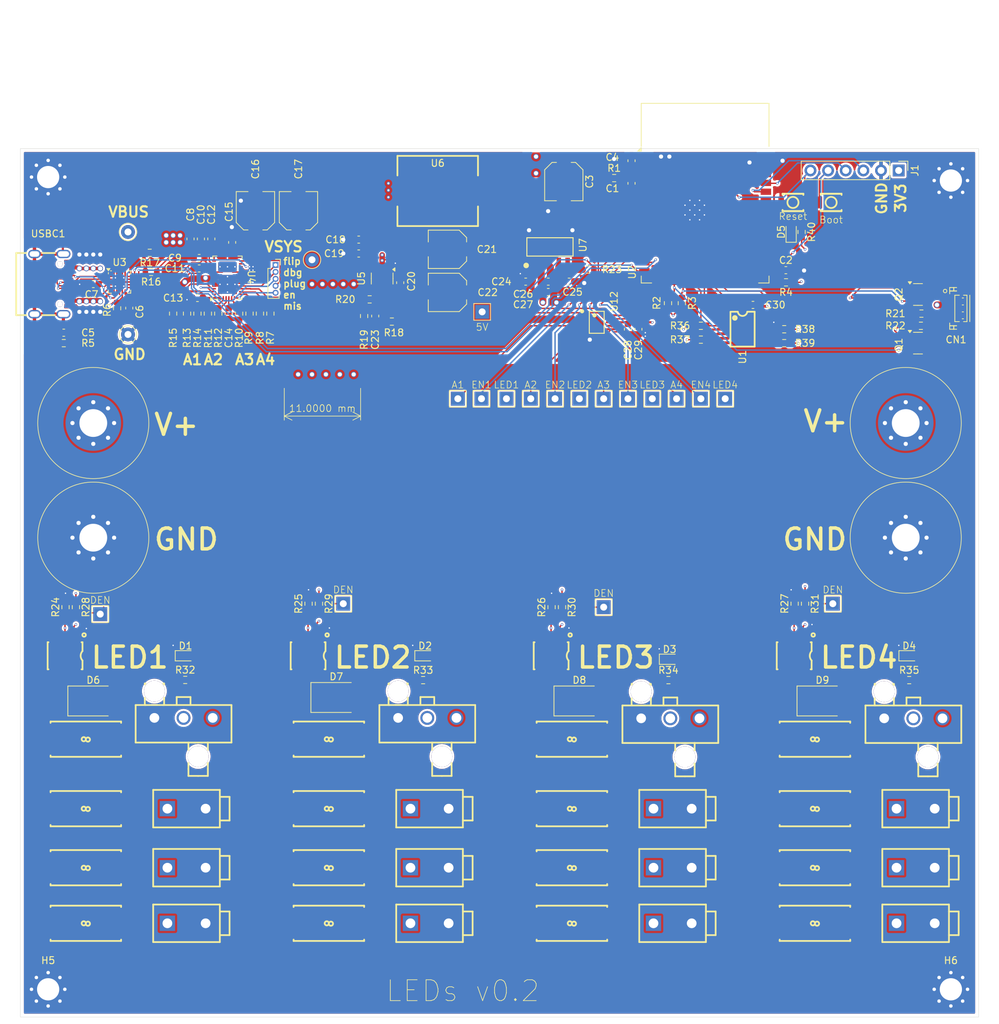
<source format=kicad_pcb>
(kicad_pcb (version 20241229) (generator "pcbnew") (generator_version "9.0")
  (layers (0 "F.Cu" signal) (4 "In1.Cu" power "Ground") (6 "In2.Cu" power "Power") (2 "B.Cu" signal) (13 "F.Paste" user) (15 "B.Paste" user) (5 "F.SilkS" user "F.Silkscreen") (7 "B.SilkS" user "B.Silkscreen") (1 "F.Mask" user) (3 "B.Mask" user) (25 "Edge.Cuts" user))
  (net 0 "")
  (net 1 "GND")
  (net 2 "/3v3/3v3")
  (net 3 "/esp32/USB.DP")
  (net 4 "/esp32/USB.DN")
  (net 5 "/buckconverter/SW")
  (net 6 "/buckconverter/FB")
  (net 7 "/usbcpd/fault")
  (net 8 "/usbcpd/VBUS")
  (net 9 "/usbcpd/shield")
  (net 10 "/5V")
  (net 11 "/buckconverter/VIN")
  (net 12 "/a2d/I2C.SCL")
  (net 13 "/a2d/I2C.SDA")
  (net 14 "Net-(D1-A)")
  (net 15 "/a2d/AIN1")
  (net 16 "/led_channel/Switched12V")
  (net 17 "/led_channel1/Switched12V")
  (net 18 "/led_channel2/Switched12V")
  (net 19 "/led_channel3/Switched12V")
  (net 20 "Net-(D2-A)")
  (net 21 "/a2d/AIN2")
  (net 22 "/a2d/AIN3")
  (net 23 "Net-(D3-A)")
  (net 24 "/a2d/AIN4")
  (net 25 "Net-(D4-A)")
  (net 26 "Net-(J1-Pin_6)")
  (net 27 "Net-(J1-Pin_5)")
  (net 28 "Net-(U3-VPWR)")
  (net 29 "Net-(U3-VBIAS)")
  (net 30 "Net-(U3-CC1)")
  (net 31 "Net-(U3-CC2)")
  (net 32 "Net-(U4-LDO_1V5)")
  (net 33 "Net-(U5-BOOT)")
  (net 34 "Net-(C23-Pad2)")
  (net 35 "Net-(U7-NR{slash}FB)")
  (net 38 "Net-(Q2-D)")
  (net 39 "Net-(Q1-D)")
  (net 40 "Net-(CN3-Pad1)")
  (net 41 "Net-(CN4-Pad1)")
  (net 42 "Net-(CN5-Pad1)")
  (net 43 "Net-(CN7-Pad1)")
  (net 44 "Net-(CN8-Pad1)")
  (net 45 "Net-(CN9-Pad1)")
  (net 46 "Net-(CN11-Pad1)")
  (net 47 "Net-(CN12-Pad1)")
  (net 48 "Net-(CN13-Pad1)")
  (net 49 "Net-(CN15-Pad1)")
  (net 50 "Net-(CN16-Pad1)")
  (net 51 "Net-(CN17-Pad1)")
  (net 52 "Net-(J1-Pin_3)")
  (net 53 "Net-(J1-Pin_4)")
  (net 54 "Net-(J2-Pin_4)")
  (net 55 "Net-(J2-Pin_5)")
  (net 56 "Net-(J2-Pin_2)")
  (net 57 "Net-(J2-Pin_3)")
  (net 58 "Net-(J2-Pin_1)")
  (net 59 "Net-(U4-ADCIN4)")
  (net 60 "Net-(U4-ADCIN3)")
  (net 61 "Net-(U4-ADCIN2)")
  (net 62 "Net-(U4-ADCIN1)")
  (net 63 "Net-(R15-Pad1)")
  (net 64 "Net-(R16-Pad1)")
  (net 65 "Net-(R17-Pad1)")
  (net 66 "Net-(U7-EN)")
  (net 67 "Net-(D5-A)")
  (net 69 "Net-(D5-K)")
  (net 88 "Net-(U3-C_CC2)")
  (net 89 "Net-(U3-C_CC1)")
  (net 91 "Net-(U3-C_SBU1)")
  (net 93 "Net-(U3-C_SBU2)")
  (net 94 "Net-(U4-DRAIN-Pad15)")
  (net 116 "Net-(U1-3A)")
  (net 117 "Net-(U1-2A)")
  (net 118 "Net-(U1-4A)")
  (net 119 "Net-(U1-1A)")
  (net 120 "/esp32/LED3")
  (net 121 "/esp32/LED4")
  (net 122 "/esp32/LED2")
  (net 123 "/esp32/LED1")
  (net 124 "/esp32/EN4")
  (net 125 "/esp32/EN3")
  (net 126 "/esp32/EN1")
  (net 127 "/esp32/EN2")
  (net 130 "Net-(U8-DEN)")
  (net 131 "Net-(U9-DEN)")
  (net 132 "Net-(U10-DEN)")
  (net 133 "Net-(U11-DEN)")
  (net 134 "Net-(U1-1Y)")
  (net 135 "Net-(U1-2Y)")
  (net 136 "Net-(U1-4Y)")
  (net 137 "Net-(U1-3Y)")
  (net 138 "/led_channel/Fused1")
  (net 139 "/led_channel1/Fused1")
  (net 140 "/led_channel2/Fused1")
  (net 141 "/led_channel3/Fused1")
  (footprint "easyeda2kicad:FUSE-SMD_L9.8-W5.0_01550900M" (layer "F.Cu") (at 91.425 120)
    (property "Reference" "FH10" (hide yes))
    (property "Value" "01550900M")
  )
  (footprint "Capacitor_SMD:C_0603_1608Metric" (layer "F.Cu") (at 39.5 38 90)
    (property "Reference" "C12")
    (property "Value" "10nF")
  )
  (footprint "Diode_SMD:D_SMB" (layer "F.Cu") (at 92.5 104.5)
    (property "Reference" "D8")
    (property "Value" "D_TVS")
  )
  (footprint "Resistor_SMD:R_0603_1608Metric" (layer "F.Cu") (at 141.76 48.75)
    (property "Reference" "R21")
    (property "Value" "10k")
  )
  (footprint "easyeda2kicad:LabeledTestPoint" (layer "F.Cu") (at 92.5 61)
    (property "Reference" "TP6" (hide yes))
    (property "Value" "LabeledTestPoint")
  )
  (footprint "Resistor_SMD:R_0603_1608Metric" (layer "F.Cu") (at 123.5 90.5 90)
    (property "Reference" "R27")
    (property "Value" "1.5k")
  )
  (footprint "Resistor_SMD:R_0603_1608Metric" (layer "F.Cu") (at 125 90.5 -90)
    (property "Reference" "R31")
    (property "Value" "4.7k")
  )
  (footprint "easyeda2kicad:LabeledTestPoint" (layer "F.Cu") (at 78.4 61)
    (property "Reference" "TP9" (hide yes))
    (property "Value" "LabeledTestPoint")
  )
  (footprint "Resistor_SMD:R_0603_1608Metric" (layer "F.Cu") (at 30.825 42.75 180)
    (property "Reference" "R16")
    (property "Value" "10k")
  )
  (footprint "easyeda2kicad:CONN-TH_39288020" (layer "F.Cu") (at 140.925 128.5 90)
    (property "Reference" "CN16" (hide yes))
    (property "Value" "39288020")
  )
  (footprint "Capacitor_SMD:C_0603_1608Metric" (layer "F.Cu") (at 100.01 26.75 90)
    (property "Reference" "C4")
    (property "Value" "100nF")
  )
  (footprint "MountingHole:MountingHole_3.2mm_M3_Pad_Via" (layer "F.Cu") (at 146 29.6)
    (property "Reference" "H8" (hide yes))
    (property "Value" "MountingHole_Pad")
  )
  (footprint "Resistor_SMD:R_0603_1608Metric" (layer "F.Cu") (at 122.26 44.25 180)
    (property "Reference" "R4")
    (property "Value" "10k")
  )
  (footprint "easyeda2kicad:CONN-TH_39288020" (layer "F.Cu") (at 105.925 120 90)
    (property "Reference" "CN11" (hide yes))
    (property "Value" "39288020")
  )
  (footprint "easyeda2kicad:CONN-TH_39288020" (layer "F.Cu") (at 70.925 136.5 90)
    (property "Reference" "CN9" (hide yes))
    (property "Value" "39288020")
  )
  (footprint "easyeda2kicad:TSSOP-14_L5.0-W4.4-P0.65-LS6.4-BL" (layer "F.Cu") (at 116 51 -90)
    (property "Reference" "U1")
    (property "Value" "SN74AHCT125PWR")
  )
  (footprint "Resistor_SMD:R_0603_1608Metric" (layer "F.Cu") (at 20 91 -90)
    (property "Reference" "R28")
    (property "Value" "4.7k")
  )
  (footprint "Capacitor_SMD:C_Elec_5x5.8" (layer "F.Cu") (at 52.05 33.95 90)
    (property "Reference" "C17")
    (property "Value" "22uF")
  )
  (footprint "Resistor_SMD:R_0603_1608Metric" (layer "F.Cu") (at 37.5 48.75 -90)
    (property "Reference" "R14")
    (property "Value" "2.2k")
  )
  (footprint "Capacitor_SMD:C_0603_1608Metric" (layer "F.Cu") (at 91.02 44.15)
    (property "Reference" "C25")
    (property "Value" "10nF")
  )
  (footprint "easyeda2kicad:LabeledTestPoint" (layer "F.Cu") (at 113.5 61)
    (property "Reference" "TP8" (hide yes))
    (property "Value" "LabeledTestPoint")
  )
  (footprint "Resistor_SMD:R_0603_1608Metric" (layer "F.Cu") (at 62.3 46.7 180)
    (property "Reference" "R20")
    (property "Value" "13.3k")
  )
  (footprint "easyeda2kicad:CONN-TH_3P-P4.20_39302030" (layer "F.Cu") (at 140.6 107)
    (property "Reference" "CN14" (hide yes))
    (property "Value" "39302030")
  )
  (footprint "easyeda2kicad:CONN-TH_39288020" (layer "F.Cu") (at 70.925 128.5 90)
    (property "Reference" "CN8" (hide yes))
    (property "Value" "39288020")
  )
  (footprint "Resistor_SMD:R_0603_1608Metric" (layer "F.Cu") (at 122 53 180)
    (property "Reference" "R39")
    (property "Value" "82")
  )
  (footprint "Resistor_SMD:R_0603_1608Metric" (layer "F.Cu") (at 25.93 47.9825 90)
    (property "Reference" "R6")
    (property "Value" "10k")
  )
  (footprint "Resistor_SMD:R_0603_1608Metric" (layer "F.Cu") (at 35.7375 101.47)
    (property "Reference" "R32")
    (property "Value" "3.3k")
  )
  (footprint "easyeda2kicad:SOT-223-6_L6.5-W3.5-P1.27-LS7.0-BR" (layer "F.Cu") (at 88.27 39.15 -90)
    (property "Reference" "U7")
    (property "Value" "TPS73733DCQ_C5220270")
  )
  (footprint "Capacitor_SMD:C_0603_1608Metric" (layer "F.Cu") (at 117.5 47.5 180)
    (property "Reference" "C30")
    (property "Value" "100nF")
  )
  (footprint "easyeda2kicad:LabeledTestPoint" (layer "F.Cu") (at 106.5 61)
    (property "Reference" "TP16" (hide yes))
    (property "Value" "LabeledTestPoint")
  )
  (footprint "easyeda2kicad:PG-TSDSO-14_L4.9-W3.9-P0.65-LS6.0-BL-EP" (layer "F.Cu") (at 123.425 98 180)
    (property "Reference" "U11" (hide yes))
    (property "Value" "BTS70021EPPXUMA1")
  )
  (footprint "Resistor_SMD:R_0603_1608Metric" (layer "F.Cu") (at 18.25 53)
    (property "Reference" "R5")
    (property "Value" "1M")
  )
  (footprint "Resistor_SMD:R_0603_1608Metric" (layer "F.Cu") (at 110 50.5)
    (property "Reference" "R36")
    (property "Value" "82")
  )
  (footprint "easyeda2kicad:CONN-TH_39288020" (layer "F.Cu") (at 35.925 136.5 90)
    (property "Reference" "CN5" (hide yes))
    (property "Value" "39288020")
  )
  (footprint "Capacitor_SMD:C_0603_1608Metric" (layer "F.Cu") (at 42.5 38.5 90)
    (property "Reference" "C15")
    (property "Value" "10uF")
  )
  (footprint "easyeda2kicad:LabeledTestPoint" (layer "F.Cu") (at 96 61)
    (property "Reference" "TP15" (hide yes))
    (property "Value" "LabeledTestPoint")
  )
  (footprint "Capacitor_SMD:C_0603_1608Metric" (layer "F.Cu") (at 88.02 45.65)
    (property "Reference" "C27")
    (property "Value" "1uF")
  )
  (footprint "easyeda2kicad:KEY-SMD_B3U-1000PM" (layer "F.Cu") (at 123.26 32.75)
    (property "Reference" "SW1")
    (property "Value" "KEY-SMD_B3U-1000PM")
  )
  (footprint "Resistor_SMD:R_0603_1608Metric" (layer "F.Cu") (at 46.5 48.75 -90)
    (property "Reference" "R8")
    (property "Value" "38.3k")
  )
  (footprint "easyeda2kicad:LabeledTestPoint" (layer "F.Cu") (at 129 90.5)
    (property "Reference" "TP20" (hide yes))
    (property "Value" "LabeledTestPoint")
  )
  (footprint "LED_SMD:LED_0603_1608Metric" (layer "F.Cu") (at 70.2875 98)
    (property "Reference" "D2")
    (property "Value" "LED")
  )
  (footprint "easyeda2kicad:CONN-TH_39288020" (layer "F.Cu") (at 70.925 120 90)
    (property "Reference" "CN7" (hide yes))
    (property "Value" "39288020")
  )
  (footprint "easyeda2kicad:FUSE-SMD_L9.8-W5.0_01550900M" (layer "F.Cu") (at 126.425 110)
    (property "Reference" "FH13" (hide yes))
    (property "Value" "01550900M")
  )
  (footprint "easyeda2kicad:CONN-TH_39288020" (layer "F.Cu") (at 35.925 128.5 90)
    (property "Reference" "CN4" (hide yes))
    (property "Value" "39288020")
  )
  (footprint "easyeda2kicad:LabeledTestPoint" (layer "F.Cu") (at 75 61)
    (property "Reference" "TP13" (hide yes))
    (property "Value" "LabeledTestPoint")
  )
  (footprint "Resistor_SMD:R_0603_1608Metric" (layer "F.Cu") (at 141.685 50.5)
    (property "Reference" "R22")
    (property "Value" "10k")
  )
  (footprint "Resistor_SMD:R_0603_1608Metric" (layer "F.Cu") (at 53.5 90.5 90)
    (property "Reference" "R25")
    (property "Value" "1.5k")
  )
  (footprint "Capacitor_SMD:C_0603_1608Metric" (layer "F.Cu") (at 18.25 51.5)
    (property "Reference" "C5")
    (property "Value" "100nF")
  )
  (footprint "Capacitor_SMD:C_Elec_5x5.8" (layer "F.Cu") (at 90.26 29.75 -90)
    (property "Reference" "C3")
    (property "Value" "22uF")
  )
  (footprint "Package_TO_SOT_SMD:SOT-23" (layer "F.Cu") (at 141.26 53)
    (property "Reference" "Q1")
    (property "Value" "BSS138")
  )
  (footprint "Resistor_SMD:R_0603_1608Metric" (layer "F.Cu") (at 122 51)
    (property "Reference" "R38")
    (property "Value" "82")
  )
  (footprint "Capacitor_SMD:C_0603_1608Metric" (layer "F.Cu") (at 37.75 42.25 180)
    (property "Reference" "C11")
    (property "Value" "330pF")
  )
  (footprint "easyeda2kicad:FUSE-SMD_L9.8-W5.0_01550900M" (layer "F.Cu") (at 56.425 110)
    (property "Reference" "FH5" (hide yes))
    (property "Value" "01550900M")
  )
  (footprint "easyeda2kicad:FUSE-SMD_L9.8-W5.0_01550900M" (layer "F.Cu") (at 21.425 110)
    (property "Reference" "FH1" (hide yes))
    (property "Value" "01550900M")
  )
  (footprint "easyeda2kicad:MSOP-10_L3.0-W3.0-P0.50-LS5.0-BL" (layer "F.Cu") (at 95 50 -90)
    (property "Reference" "U12")
    (property "Value" "ADS1115IDGSR")
  )
  (footprint "Diode_SMD:D_SMB" (layer "F.Cu") (at 22.5 104.5)
    (property "Reference" "D6")
    (property "Value" "D_TVS")
  )
  (footprint "easyeda2kicad:LabeledTestPoint" (layer "F.Cu") (at 89 61)
    (property "Reference" "TP10" (hide yes))
    (property "Value" "LabeledTestPoint")
  )
  (footprint "Resistor_SMD:R_0603_1608Metric" (layer "F.Cu") (at 45 48.75 90)
    (property "Reference" "R9")
    (property "Value" "191k")
  )
  (footprint "Resistor_SMD:R_0603_1608Metric" (layer "F.Cu") (at 105.325 101.5)
    (property "Reference" "R34")
    (property "Value" "3.3k")
  )
  (footprint "Package_DFN_QFN:Texas_REF0038A_WQFN-38-2EP_6x4mm_P0.4" (layer "F.Cu") (at 41.825 43.575 90)
    (property "Reference" "U4")
    (property "Value" "TPS25730D")
  )
  (footprint "Resistor_SMD:R_0603_1608Metric" (layer "F.Cu") (at 39 48.75 90)
    (property "Reference" "R11")
    (property "Value" "162k")
  )
  (footprint "Diode_SMD:D_SMB" (layer "F.Cu") (at 127.5 104.5)
    (property "Reference" "D9")
    (property "Value" "D_TVS")
  )
  (footprint "Connector_PinSocket_1.00mm:PinSocket_1x05_P1.00mm_Vertical" (layer "F.Cu") (at 48.75 41.75)
    (property "Reference" "J2" (hide yes))
    (property "Value" "Conn_01x05_Pin")
  )
  (footprint "easyeda2kicad:LabeledTestPoint" (layer "F.Cu") (at 110 61)
    (property "Reference" "TP12" (hide yes))
    (property "Value" "LabeledTestPoint")
  )
  (footprint "LED_SMD:LED_0603_1608Metric" (layer "F.Cu") (at 123 37 90)
    (property "Reference" "D5")
    (property "Value" "LED")
  )
  (footprint "easyeda2kicad:FUSE-SMD_L9.8-W5.0_01550900M" (layer "F.Cu") (at 56.425 128.5)
    (property "Reference" "FH7" (hide yes))
    (property "Value" "01550900M")
  )
  (footprint "Connector_Pin:Pin_D1.0mm_L10.0mm" (layer "F.Cu") (at 54 41)
    (property "Reference" "TP3" (hide yes))
    (property "Value" "VSYS")
  )
  (footprint "Package_DFN_QFN:WQFN-20-1EP_3x3mm_P0.4mm_EP1.7x1.7mm_ThermalVias" (layer "F.Cu") (at 26.2875 44.2)
    (property "Reference" "U3")
    (property "Value" "TPD6S300A")
  )
  (footprint "easyeda2kicad:IND-SMD_L11.6-W10.1" (layer "F.Cu") (at 72.1 31.1)
    (property "Reference" "U6")
    (property "Value" "CYA1040-15UH")
  )
  (footprint "Resistor_SMD:R_0603_1608Metric" (layer "F.Cu") (at 36 48.75 90)
    (property "Reference" "R13")
    (property "Value" "196k")
  )
  (footprint "easyeda2kicad:FUSE-SMD_L9.8-W5.0_01550900M" (layer "F.Cu") (at 126.425 128.5)
    (property "Reference" "FH15" (hide yes))
    (property "Value" "01550900M")
  )
  (footprint "Capacitor_SMD:C_0603_1608Metric" (layer "F.Cu") (at 100.01 30 -90)
    (property "Reference" "C1")
    (property "Value" "10uf")
  )
  (footprint "easyeda2kicad:FUSE-SMD_L9.8-W5.0_01550900M" (layer "F.Cu") (at 56.425 136.5)
    (property "Reference" "FH8" (hide yes))
    (property "Value" "01550900M")
  )
  (footprint "easyeda2kicad:CONN-TH_3P-P4.20_39302030" (layer "F.Cu") (at 105.6 107)
    (property "Reference" "CN10" (hide yes))
    (property "Value" "39302030")
  )
  (footprint "easyeda2kicad:CONN-TH_39288020" (layer "F.Cu") (at 140.925 136.5 90)
    (property "Reference" "CN17" (hide yes))
    (property "Value" "39288020")
  )
  (footprint "Capacitor_SMD:C_0603_1608Metric" (layer "F.Cu") (at 84.77 44.15 180)
    (property "Reference" "C24")
    (property "Value" "1uF")
  )
  (footprint "Capacitor_SMD:C_0603_1608Metric" (layer "F.Cu") (at 101 51 -90)
    (property "Reference" "C29")
    (property "Value" "1uF")
  )
  (footprint "Capacitor_SMD:C_Elec_5x5.8" (layer "F.Cu") (at 73.5 45.7 180)
    (property "Reference" "C22")
    (property "Value" "22uF")
  )
  (footprint "Resistor_SMD:R_0603_1608Metric" (layer "F.Cu") (at 40.5 48.75 -90)
    (property "Reference" "R12")
    (property "Value" "38.3k")
  )
  (footprint "easyeda2kicad:FUSE-SMD_L9.8-W5.0_01550900M" (layer "F.Cu") (at 91.425 136.5)
    (property "Reference" "FH12" (hide yes))
    (property "Value" "01550900M")
  )
  (footprint "easyeda2kicad:PG-TSDSO-14_L4.9-W3.9-P0.65-LS6.0-BL-EP" (layer "F.Cu") (at 18.425 98 180)
    (property "Reference" "U8" (hide yes))
    (property "Value" "BTS70021EPPXUMA1")
  )
  (footprint "Capacitor_SMD:C_0603_1608Metric" (layer "F.Cu") (at 60.725 38.1 180)
    (property "Reference" "C18")
    (property "Value" "10uF")
  )
  (footprint "Resistor_SMD:R_0603_1608Metric" (layer "F.Cu") (at 93.77 42.4 180)
    (property "Reference" "R23")
    (property "Value" "10k")
  )
  (footprint "LED_SMD:LED_0603_1608Metric" (layer "F.Cu") (at 35.7875 98)
    (property "Reference" "D1")
    (property "Value" "LED")
  )
  (footprint "Resistor_SMD:R_0603_1608Metric" (layer "F.Cu") (at 65.5 49.9 180)
    (property "Reference" "R18")
    (property "Value" "49.9")
  )
  (footprint "easyeda2kicad:CONN-TH_39288020" (layer "F.Cu") (at 105.925 128.5 90)
    (property "Reference" "CN12" (hide yes))
    (property "Value" "39288020")
  )
  (footprint "Capacitor_SMD:C_0603_1608Metric" (layer "F.Cu") (at 99.5 51 -90)
    (property "Reference" "C28")
    (property "Value" "100nF")
  )
  (footprint "LED_SMD:LED_0603_1608Metric" (layer "F.Cu") (at 140 98)
    (property "Reference" "D4")
    (property "Value" "LED")
  )
  (footprint "Connector_PinHeader_2.54mm:PinHeader_1x06_P2.54mm_Vertical" (layer "F.Cu") (at 138.48 28.15 -90)
    (property "Reference" "J1")
    (property "Value" "Conn_01x06")
  )
  (footprint "MountingHole:MountingHole_4mm_Pad_Via" (layer "F.Cu") (at 22.5 64.5)
    (property "Reference" "H1" (hide yes))
    (property "Value" "MountingHole_Pad")
  )
  (footprint "easyeda2kicad:CONN-TH_39288020" (layer "F.Cu") (at 35.925 120 90)
    (property "Reference" "CN3" (hide yes))
    (property "Value" "39288020")
  )
  (footprint "easyeda2kicad:FUSE-SMD_L9.8-W5.0_01550900M" (layer "F.Cu") (at 126.425 136.5)
    (property "Reference" "FH16" (hide yes))
    (property "Value" "01550900M")
  )
  (footprint "Resistor_SMD:R_0603_1608Metric" (layer "F.Cu") (at 140 101.5)
    (property "Reference" "R35")
    (property "Value" "3.3k")
  )
  (footprint "Resistor_SMD:R_0603_1608Metric" (layer "F.Cu") (at 107.26 47.25 90)
    (property "Reference" "R3")
    (property "Value" "10k")
  )
  (footprint "Resistor_SMD:R_0603_1608Metric" (layer "F.Cu") (at 90 91 -90)
    (property "Reference" "R30")
    (property "Value" "4.7k")
  )
  (footprint "Resistor_SMD:R_0603_1608Metric" (layer "F.Cu") (at 48 48.75 90)
    (property "Reference" "R7")
    (property "Value" "162k")
  )
  (footprint "Resistor_SMD:R_0603_1608Metric" (layer "F.Cu") (at 124.5 37 -90)
    (property "Reference" "R40")
    (property "Value" "330")
  )
  (footprint "Capacitor_SMD:C_0603_1608Metric" (layer "F.Cu") (at 88.02 44.15)
    (property "Reference" "C26")
    (property "Value" "1uF")
  )
  (footprint "Resistor_SMD:R_0603_1608Metric" (layer "F.Cu") (at 55 90.5 -90)
    (property "Reference" "R29")
    (property "Value" "4.7k")
  )
  (footprint "easyeda2kicad:LabeledTestPoint" (layer "F.Cu") (at 58.5 90.5)
    (property "Reference" "TP18" (hide yes))
    (property "Value" "LabeledTestPoint")
  )
  (footprint "Resistor_SMD:R_0603_1608Metric" (layer "F.Cu") (at 105.26 47.25 90)
    (property "Reference" "R2")
    (property "Value" "10k")
  )
  (footprint "Capacitor_SMD:C_0603_1608Metric" (layer "F.Cu") (at 37.75 40.75 180)
    (property "Reference" "C9")
    (property "Value" "330pF")
  )
  (footprint "easyeda2kicad:USB-C_SMD-TYPE-C-31-M-12" (layer "F.Cu") (at 16.5 44.5 -90)
    (property "Reference" "USBC1")
    (property "Value" "TYPE-C-31-M-12")
  )
  (footprint "Capacitor_SMD:C_0603_1608Metric" (layer "F.Cu") (at 37.5 46.5 180)
    (property "Reference" "C13")
    (property "Value" "10uF")
  )
  (footprint "MountingHole:MountingHole_3.2mm_M3_Pad_Via" (layer "F.Cu") (at 16 146)
    (property "Reference" "H5")
    (property "Value" "MountingHole_Pad")
  )
  (footprint "easyeda2kicad:FUSE-SMD_L9.8-W5.0_01550900M" (layer "F.Cu") (at 91.425 110)
    (property "Reference" "FH9" (hide yes))
    (property "Value" "01550900M")
  )
  (footprint "Capacitor_SMD:C_0603_1608Metric" (layer "F.Cu") (at 42 48.75 -90)
    (property "Reference" "C14")
    (property "Value" "4.7uF")
  )
  (footprint "easyeda2kicad:FUSE-SMD_L9.8-W5.0_01550900M" (layer "F.Cu") (at 126.425 120)
    (property "Reference" "FH14" (hide yes))
    (property "Value" "01550900M")
  )
  (footprint "Resistor_SMD:R_0603_1608Metric" (layer "F.Cu") (at 18.5 91 90)
    (property "Reference" "R24")
    (property "Value" "1.5k")
  )
  (footprint "Capacitor_SMD:C_0603_1608Metric" (layer "F.Cu") (at 22.5 44.5 180)
    (property "Reference" "C7")
    (property "Value" "100nF")
  )
  (footprint "easyeda2kicad:LabeledTestPoint" (layer "F.Cu") (at 103 61)
    (property "Reference" "TP7" (hide yes))
    (property "Value" "LabeledTestPoint")
  )
  (footprint "Resistor_SMD:R_0603_1608Metric" (layer "F.Cu") (at 110 52.5 180)
    (property "Reference" "R37")
    (property "Value" "82")
  )
  (footprint "Capacitor_SMD:C_0603_1608Metric" (layer "F.Cu") (at 60.725 40.1 180)
    (property "Reference" "C19")
    (property "Value" "100nF")
  )
  (footprint "Capacitor_SMD:C_0603_1608Metric" (layer "F.Cu") (at 36.5 38 90)
    (property "Reference" "C8")
    (property "Value" "4.7uF")
  )
  (footprint "Connector_Pin:Pin_D1.0mm_L10.0mm" (layer "F.Cu") (at 27.5 37)
    (property "Reference" "TP1" (hide yes))
    (property "Value" "VBUS")
  )
  (footprint "easyeda2kicad:LabeledTestPoint" (layer "F.Cu") (at 82 61)
    (property "Reference" "TP5" (hide yes))
    (property "Value" "LabeledTestPoint")
  )
  (footprint "easyeda2kicad:PG-TSDSO-14_L4.9-W3.9-P0.65-LS6.0-BL-EP" (layer "F.Cu") (at 88.425 98 180)
    (property "Reference" "U10" (hide yes))
    (property "Value" "BTS70021EPPXUMA1")
  )
  (footprint "Capacitor_SMD:C_0603_1608Metric" (layer "F.Cu") (at 122.235 42.5)
    (property "Reference" "C2")
    (property "Value" "1uf")
  )
  (footprint "easyeda2kicad:PG-TSDSO-14_L4.9-W3.9-P0.65-LS6.0-BL-EP" (layer "F.Cu") (at 53.425 98 180)
    (property "Reference" "U9" (hide yes))
    (property "Value" "BTS70021EPPXUMA1")
  )
  (footprint "easyeda2kicad:CONN-TH_3P-P4.20_39302030" (layer "F.Cu") (at 70.6 106.9375)
    (property "Reference" "CN6" (hide yes))
    (property "Value" "39302030")
  )
  (footprint "easyeda2kicad:LabeledTestPoint" (layer "F.Cu") (at 23.5 92)
    (property "Reference" "TP17" (hide yes))
    (property "Value" "LabeledTestPoint")
  )
  (footprint "RF_Module:ESP32-S3-WROOM-1" (layer "F.Cu") (at 110.61 31.39)
    (property "Reference" "U2")
    (property "Value" "ESP32-S3-WROOM-1")
  )
  (footprint "MountingHole:MountingHole_3.2mm_M3_Pad_Via" (layer "F.Cu") (at 16 29.1)
    (property "Reference" "H7" (hide yes))
    (property "Value" "MountingHole_Pad")
  )
  (footprint "Capacitor_SMD:C_Elec_5x5.8" (layer "F.Cu") (at 45.85 33.95 90)
    (property "Reference" "C16")
    (property "Value" "22uF")
  )
  (footprint "Capacitor_SMD:C_0603_1608Metric" (layer "F.Cu") (at 38 38 90)
    (property "Reference" "C10")
    (property "Value" "100nF")
  )
  (footprint "Resistor_SMD:R_0603_1608Metric" (layer "F.Cu") (at 61.5 49.1 90)
    (property "Reference" "R19")
    (property "Value" "100k")
  )
  (footprint "Package_TO_SOT_SMD:SOT-23" (layer "F.Cu") (at 141.26 46)
    (property "Reference" "Q2")
    (property "Value" "BSS138")
  )
  (footprint "Resistor_SMD:R_0603_1608Metric" (layer "F.Cu") (at 70 101.5)
    (property "Reference" "R33")
    (property "Value" "3.3k")
  )
  (footprint "Package_TO_SOT_SMD:SOT-23-6" (layer "F.Cu") (at 64.1 43.7 -90)
    (property "Reference" "U5")
    (property "Value" "TPS54202DDC")
  )
  (footprint "easyeda2kicad:FUSE-SMD_L9.8-W5.0_01550900M" (layer "F.Cu") (at 21.425 128.5)
    (property "Reference" "FH3" (hide yes))
    (property "Value" "01550900M")
  )
  (footprint "Resistor_SMD:R_0603_1608Metric" (layer "F.Cu") (at 30.625 40 180)
    (property "Reference" "R17")
    (property "Value" "10k")
  )
  (footprint "MountingHole:MountingHole_4mm_Pad_Via" (layer "F.Cu") (at 139.5 64.5)
    (property "Reference" "H2" (hide yes))
    (property "Value" "MountingHole_Pad")
  )
  (footprint "easyeda2kicad:FUSE-SMD_L9.8-W5.0_01550900M" (layer "F.Cu") (at 91.425 128.5)
    (property "Reference" "FH11" (hide yes))
    (property "Value" "01550900M")
  )
  (footprint "easyeda2kicad:CONN-SMD_BM04B-SRSS-TB" (layer "F.Cu") (at 146.76 48 -90)
    (property "Reference" "CN1")
    (property "Value" "BM04B-SRSS-TB(LF)(SN)")
  )
  (footprint "Connector_Pin:Pin_D1.0mm_L10.0mm" (layer "F.Cu") (at 27.5 51.75)
    (property "Reference" "TP2" (hide yes))
    (property "Value" "GND")
  )
  (footprint "LED_SMD:LED_0603_1608Metric" (layer "F.Cu") (at 105.5 98.5)
    (property "Reference" "D3")
    (property "Value" "LED")
  )
  (footprint "MountingHole:MountingHole_4mm_Pad_Via" (layer "F.Cu") (at 22.5 81)
    (property "Reference" "H4" (hide yes))
    (property "Value" "MountingHole_Pad")
  )
  (footprint "easyeda2kicad:FUSE-SMD_L9.8-W5.0_01550900M" (layer "F.Cu") (at 56.425 120)
    (property "Reference" "FH6" (hide yes))
    (property "Value" "01550900M")
  )
  (footprint "Capacitor_SMD:C_0603_1608Metric" (layer "F.Cu") (at 63.1 49.1 -90)
    (property "Reference" "C23")
    (property "Value" "75pF")
  )
  (footprint "MountingHole:MountingHole_4mm_Pad_Via" (layer "F.Cu") (at 139.5 81)
    (property "Reference" "H3" (hide yes))
    (property "Value" "MountingHole_Pad")
  )
  (footprint "easyeda2kicad:LabeledTestPoint" (layer "F.Cu") (at 96 91)
    (property "Reference" "TP19" (hide yes))
    (property "Value" "LabeledTestPoint")
  )
  (footprint "easyeda2kicad:CONN-TH_39288020" (layer "F.Cu") (at 105.925 136.5 90)
    (property "Reference" "CN13" (hide yes))
    (property "Value" "39288020")
  )
  (footprint "Capacitor_SMD:C_Elec_5x5.8" (layer "F.Cu") (at 73.5 39.5 180)
    (property "Reference" "C21")
    (property "Value" "22uF")
  )
  (footprint "MountingHole:MountingHole_3.2mm_M3_Pad_Via" (layer "F.Cu") (at 146 146)
    (property "Reference" "H6")
    (property "Value" "MountingHole_Pad")
  )
  (footprint "Resistor_SMD:R_0603_1608Metric" (layer "F.Cu") (at 34 48.75 -90)
    (property "Reference" "R15")
    (property "Value" "10k")
  )
  (footprint "easyeda2kicad:LabeledTestPoint" (layer "F.Cu") (at 78.5 48.5)
    (property "Reference" "TP4" (hide yes))
    (property "Value" "LabeledTestPoint")
  )
  (footprint "Capacitor_SMD:C_0603_1608Metric" (layer "F.Cu") (at 27.68 47.9575 -90)
    (property "Reference" "C6")
    (property "Value" "1uF")
  )
  (footprint "easyeda2kicad:CONN-TH_3P-P4.20_39302030" (layer "F.Cu") (at 35.5 106.9375)
    (property "Reference" "CN2" (hide yes))
    (property "Value" "39302030")
  )
  (footprint "Resistor_SMD:R_0603_1608Metric" (layer "F.Cu") (at 88.5 91 90)
    (property "Reference" "R26")
    (property "Value" "1.5k")
  )
  (footprint "easyeda2kicad:CONN-TH_39288020" (layer "F.Cu") (at 140.925 120 90)
    (property "Reference" "CN15" (hide yes))
    (property "Value" "39288020")
  )
  (footprint "easyeda2kicad:LabeledTestPoint" (layer "F.Cu") (at 99.5 61)
    (property "Reference" "TP11" (hide yes))
    (property "Value" "LabeledTestPoint")
  )
  (footprint "Diode_SMD:D_SMB" (layer "F.Cu") (at 57.5 104)
    (property "Reference" "D7")
    (property "Value" "D_TVS")
  )
  (footprint "Resistor_SMD:R_0603_1608Metric" (layer "F.Cu") (at 97.51 29.25)
    (property "Reference" "R1")
    (property "Value" "10k")
  )
  (footprint "easyeda2kicad:FUSE-SMD_L9.8-W5.0_01550900M" (layer "F.Cu") (at 21.425 136.5)
    (property "Reference" "FH4" (hide yes))
    (property "Value" "01550900M")
  )
  (footprint "easyeda2kicad:LabeledTestPoint" (layer "F.Cu") (at 85.5 61)
    (property "Reference" "TP14" (hide yes))
    (property "Value" "LabeledTestPoint")
  )
  (footprint "easyeda2kicad:KEY-SMD_B3U-1000PM" (layer "F.Cu") (at 128.76 32.75 180)
    (property "Reference" "SW2")
    (property "Value" "KEY-SMD_B3U-1000PM")
  )
  (footprint "Capacitor_SMD:C_0603_1608Metric" (layer "F.Cu") (at 66.7 44.3 90)
    (property "Reference" "C20")
    (property "Value" "100nf")
  )
  (footprint "Resistor_SMD:R_0603_1608Metric" (layer "F.Cu") (at 43.5 48.755 -90)
    (property "Reference" "R10")
    (property "Value" "9.31k")
  )
  (footprint "easyeda2kicad:FUSE-SMD_L9.8-W5.0_01550900M" (layer "F.Cu") (at 21.425 120)
    (property "Reference" "FH2" (hide yes))
    (property "Value" "01550900M")
  )
  (gr_circle (center 22.5 64.5) (end 30.5 64.5) (stroke (width 0.1)) (fill no) (layer "F.SilkS"))
  (gr_circle (center 22.5 81) (end 30.5 81) (stroke (width 0.1)) (fill no) (layer "F.SilkS"))
  (gr_circle (center 139.5 81) (end 147.5 81) (stroke (width 0.1)) (fill no) (layer "F.SilkS"))
  (gr_circle (center 139.5 64.5) (end 147.5 64.5) (stroke (width 0.1)) (fill no) (layer "F.SilkS"))
  (gr_rect (start 12 25) (end 150 150) (stroke (width 0.05)) (fill no) (layer "Edge.Cuts"))
  (gr_text "GND" (at 31 83 0) (layer "F.SilkS") (effects (font (size 3 3) (thickness 0.5) (bold yes)) (justify left bottom)))
  (gr_text "V+" (at 124.5 66 0) (layer "F.SilkS") (effects (font (size 3 3) (thickness 0.5) (bold yes)) (justify left bottom)))
  (gr_text "GND" (at 25.25 55.5 0) (layer "F.SilkS") (effects (font (size 1.5 1.5) (thickness 0.3) (bold yes)) (justify left bottom)))
  (gr_text "3V3" (at 139.65 34.4 90) (layer "F.SilkS") (effects (font (size 1.5 1.5) (thickness 0.3) (bold yes)) (justify left bottom)))
  (gr_text "LED3" (at 91.925 100 0) (layer "F.SilkS") (effects (font (size 3 3) (thickness 0.5) (bold yes)) (justify left bottom)))
  (gr_text "V+" (at 31 66.5 0) (layer "F.SilkS") (effects (font (size 3 3) (thickness 0.5) (bold yes)) (justify left bottom)))
  (gr_text "A1" (at 35.25 56.25 0) (layer "F.SilkS") (effects (font (size 1.5 1.5) (thickness 0.3) (bold yes)) (justify left bottom)))
  (gr_text "VSYS\n" (at 47 40 0) (layer "F.SilkS") (effects (font (size 1.5 1.5) (thickness 0.3) (bold yes)) (justify left bottom)))
  (gr_text "LED4" (at 126.925 100 0) (layer "F.SilkS") (effects (font (size 3 3) (thickness 0.5) (bold yes)) (justify left bottom)))
  (gr_text "A2" (at 38.25 56.25 0) (layer "F.SilkS") (effects (font (size 1.5 1.5) (thickness 0.3) (bold yes)) (justify left bottom)))
  (gr_text "LEDs v0.2" (at 64.5 148 0) (layer "F.SilkS") (effects (font (size 3 3) (thickness 0.1)) (justify left bottom)))
  (gr_text "LED2" (at 56.925 100 0) (layer "F.SilkS") (effects (font (size 3 3) (thickness 0.5) (bold yes)) (justify left bottom)))
  (gr_text "GND" (at 121.5 83 0) (layer "F.SilkS") (effects (font (size 3 3) (thickness 0.5) (bold yes)) (justify left bottom)))
  (gr_text "flip\ndbg\nplug\nen\nmis" (at 49.75 48.25 0) (layer "F.SilkS") (effects (font (size 1 1) (thickness 0.2) (bold yes)) (justify left bottom)))
  (gr_text "LED1" (at 21.925 100 0) (layer "F.SilkS") (effects (font (size 3 3) (thickness 0.5) (bold yes)) (justify left bottom)))
  (gr_text "VBUS" (at 24.5 35 0) (layer "F.SilkS") (effects (font (size 1.5 1.5) (thickness 0.3) (bold yes)) (justify left bottom)))
  (gr_text "A4" (at 45.75 56.25 0) (layer "F.SilkS") (effects (font (size 1.5 1.5) (thickness 0.3) (bold yes)) (justify left bottom)))
  (gr_text "GND\n" (at 136.9 34.65 90) (layer "F.SilkS") (effects (font (size 1.5 1.5) (thickness 0.3) (bold yes)) (justify left bottom)))
  (gr_text "A3" (at 42.75 56.25 0) (layer "F.SilkS") (effects (font (size 1.5 1.5) (thickness 0.3) (bold yes)) (justify left bottom)))
  (dimension (type orthogonal) (layer "F.SilkS") (pts (xy 50 59) (xy 61 59)) (height 4.5) (orientation 0) (format (prefix "") (suffix "") (units 3) (units_format 1) (precision 4)) (style (thickness 0.1) (arrow_length 1.27) (text_position_mode 0) (arrow_direction outward) (extension_height 0.58642) (extension_offset 0.5) (keep_text_aligned yes)) (gr_text "11.0000 mm" (at 55.5 62.4 0) (layer "F.SilkS") (effects (font (size 1 1) (thickness 0.1)))))
  (segment (start 43.75 43.175) (end 43.19 43.175) (width 0.2) (layer "F.Cu") (net 1))
  (segment (start 43.75 44.375) (end 44.625 44.375) (width 0.2) (layer "F.Cu") (net 1))
  (segment (start 88.322 42.052) (end 88.322 43.677) (width 1) (layer "F.Cu") (net 1))
  (segment (start 94 50.38) (end 94 52.5) (width 0.2) (layer "F.Cu") (net 1))
  (segment (start 26.2875 41.5375) (end 26.6875 41.9375) (width 0.2) (layer "F.Cu") (net 1))
  (segment (start 27.0875 42.7375) (end 27.0875 43.4) (width 0.2) (layer "F.Cu") (net 1))
  (segment (start 18.97 41.45) (end 20.05 41.45) (width 0.3) (layer "F.Cu") (net 1))
  (segment (start 44.625 44.375) (end 45 44) (width 0.2) (layer "F.Cu") (net 1))
  (segment (start 55.375 95.2) (end 55.375 95.125) (width 0.2) (layer "F.Cu") (net 1))
  (segment (start 27.0875 42.7375) (end 27.0875 41.5875) (width 0.2) (layer "F.Cu") (net 1))
  (segment (start 125.375 94.125) (end 126 93.5) (width 0.2) (layer "F.Cu") (net 1))
  (segment (start 63.335684 43.452) (end 64.822999 43.452) (width 0.2) (layer "F.Cu") (net 1))
  (segment (start 88.795 46.745) (end 89.2 47.15) (width 1) (layer "F.Cu") (net 1))
  (segment (start 26.2875 45.6625) (end 26.2875 44.2) (width 0.2) (layer "F.Cu") (net 1))
  (segment (start 44.275 42.5) (end 45 42.5) (width 0.2) (layer "F.Cu") (net 1))
  (segment (start 26.2875 42.7375) (end 26.2875 41.5375) (width 0.2) (layer "F.Cu") (net 1))
  (segment (start 27.0875 43.4) (end 26.2875 44.2) (width 0.2) (layer "F.Cu") (net 1))
  (segment (start 88.5 90.175) (end 88.5 89) (width 0.2) (layer "F.Cu") (net 1))
  (segment (start 20.05 47.55) (end 20.5 48) (width 0.2) (layer "F.Cu") (net 1))
  (segment (start 36.975 42.25) (end 36.5 42.25) (width 0.2) (layer "F.Cu") (net 1))
  (segment (start 18.5 90.175) (end 18.5 89) (width 0.2) (layer "F.Cu") (net 1))
  (segment (start 88.795 44.15) (end 88.795 45.65) (width 1) (layer "F.Cu") (net 1))
  (segment (start 104.7125 97.7125) (end 104 97) (width 0.2) (layer "F.Cu") (net 1))
  (segment (start 61.475 46.7) (end 61.475 45.312684) (width 0.2) (layer "F.Cu") (net 1))
  (segment (start 116.725 48.675) (end 116.725 47.5) (width 0.4) (layer "F.Cu") (net 1))
  (segment (start 58.1 40.1) (end 58 40) (width 0.2) (layer "F.Cu") (net 1))
  (segment (start 44.975 43.975) (end 45 44) (width 0.2) (layer "F.Cu") (net 1))
  (segment (start 123.5 89) (end 123 88.5) (width 0.2) (layer "F.Cu") (net 1))
  (segment (start 26.2875 42.7375) (end 26.2875 44.2) (width 0.2) (layer "F.Cu") (net 1))
  (segment (start 43.065 44.375) (end 42.9 44.54) (width 0.2) (layer "F.Cu") (net 1))
  (segment (start 27.75 44.2) (end 29.55 44.2) (width 0.2) (layer "F.Cu") (net 1))
  (segment (start 20.05 41.45) (end 20.5 41) (width 0.2) (layer "F.Cu") (net 1))
  (segment (start 27.0875 41.5875) (end 27 41.5) (width 0.2) (layer "F.Cu") (net 1))
  (segment (start 125.375 95.2) (end 125.375 94.125) (width 0.2) (layer "F.Cu") (net 1))
  (segment (start 35 98) (end 35 97.5) (width 0.2) (layer "F.Cu") (net 1))
  (segment (start 55.375 95.125) (end 56.5 94) (width 0.2) (layer "F.Cu") (net 1))
  (segment (start 139.2125 97.2125) (end 138.5 96.5) (width 0.2) (layer "F.Cu") (net 1))
  (segment (start 117.75 49.7) (end 117.525 49.475) (width 0.4) (layer "F.Cu") (net 1))
  (segment (start 64.822999 43.452) (end 65.05 43.224999) (width 0.2) (layer "F.Cu") (net 1))
  (segment (start 69.5 97.5) (end 68.5 96.5) (width 0.2) (layer "F.Cu") (net 1))
  (segment (start 59.95 38.1) (end 58.5 38.1) (width 0.2) (layer "F.Cu") (net 1))
  (segment (start 88.322 43.677) (end 88.795 44.15) (width 1) (layer "F.Cu") (net 1))
  (segment (start 27.75 44.2) (end 26.2875 44.2) (width 0.2) (layer "F.Cu") (net 1))
  (segment (start 43.75 41.975) (end 44.275 42.5) (width 0.2) (layer "F.Cu") (net 1))
  (segment (start 39.9 43.175) (end 40.46 43.175) (width 0.2) (layer "F.Cu") (net 1))
  (segment (start 40.46 43.175) (end 41.825 44.54) (width 0.2) (layer "F.Cu") (net 1))
  (segment (start 29.55 44.2) (end 29.75 44) (width 0.2) (layer "F.Cu") (net 1))
  (segment (start 117.525 49.475) (end 116.725 48.675) (width 0.4) (layer "F.Cu") (net 1))
  (segment (start 65.05 43.224999) (end 65.05 42.5625) (width 0.2) (layer "F.Cu") (net 1))
  (segment (start 93 44.15) (end 93.2 44.35) (width 1) (layer "F.Cu") (net 1))
  (segment (start 39.9 44.575) (end 40.715 44.575) (width 0.6) (layer "F.Cu") (net 1))
  (segment (start 58.5 40.1) (end 58.1 40.1) (width 0.2) (layer "F.Cu") (net 1))
  (segment (start 20.5 48) (end 20.5 48.5) (width 0.2) (layer "F.Cu") (net 1))
  (segment (start 104.7125 98.5) (end 104.7125 97.7125) (width 0.2) (layer "F.Cu") (net 1))
  (segment (start 90.375 95.2) (end 90.375 94.625) (width 0.2) (layer "F.Cu") (net 1))
  (segment (start 92.89 50) (end 93.62 50) (width 0.2) (layer "F.Cu") (net 1))
  (segment (start 43.75 44.375) (end 43.065 44.375) (width 0.2) (layer "F.Cu") (net 1))
  (segment (start 61.475 45.312684) (end 63.335684 43.452) (width 0.2) (layer "F.Cu") (net 1))
  (segment (start 118.8 49.7) (end 117.75 49.7) (width 0.4) (layer "F.Cu") (net 1))
  (segment (start 44.325 43.175) (end 45 42.5) (width 0.2) (layer "F.Cu") (net 1))
  (segment (start 35 97.5) (end 34 96.5) (width 0.2) (layer "F.Cu") (net 1))
  (segment (start 58.5 38.1) (end 58.1 38.1) (width 0.2) (layer "F.Cu") (net 1))
  (segment (start 43.75 43.175) (end 44.325 43.175) (width 0.2) (layer "F.Cu") (net 1))
  (segment (start 20.375 95.2) (end 21.5 94.075) (width 0.2) (layer "F.Cu") (net 1))
  (segment (start 90.375 94.625) (end 91 94) (width 0.2) (layer "F.Cu") (net 1))
  (segment (start 123.5 89.675) (end 123.5 89) (width 0.2) (layer "F.Cu") (net 1))
  (segment (start 36.5 42.25) (end 35.875 42.875) (width 0.2) (layer "F.Cu") (net 1))
  (segment (start 69.5 98) (end 69.5 97.5) (width 0.2) (layer "F.Cu") (net 1))
  (segment (start 59.95 40.1) (end 58.5 40.1) (width 0.2) (layer "F.Cu") (net 1))
  (segment (start 43.75 43.975) (end 44.975 43.975) (width 0.2) (layer "F.Cu") (net 1))
  (segment (start 88.27 42) (end 88.322 42.052) (width 1) (layer "F.Cu") (net 1))
  (segment (start 93.62 50) (end 94 50.38) (width 0.2) (layer "F.Cu") (net 1))
  (segment (start 26.6875 41.9375) (end 26.6875 42.7375) (width 0.2) (layer "F.Cu") (net 1))
  (segment (start 43.75 43.975) (end 42.39 43.975) (width 0.2) (layer "F.Cu") (net 1))
  (segment (start 36.5 46.25) (end 36 46.75) (width 0.2) (layer "F.Cu") (net 1))
  (segment (start 26.6875 42.7375) (end 26.6875 43.8) (width 0.2) (layer "F.Cu") (net 1))
  (segment (start 53.5 89.675) (end 53.5 88.5) (width 0.2) (layer "F.Cu") (net 1))
  (segment (start 43.19 43.175) (end 41.825 44.54) (width 0.2) (layer "F.Cu") (net 1))
  (segment (start 91.795 44.15) (end 93 44.15) (width 1) (layer "F.Cu") (net 1))
  (segment (start 58.1 38.1) (end 58 38) (width 0.2) (layer "F.Cu") (net 1))
  (segment (start 101 51.775) (end 99.5 51.775) (width 1) (layer "F.Cu") (net 1))
  (segment (start 88.795 45.65) (end 88.795 46.745) (width 1) (layer "F.Cu") (net 1))
  (segment (start 18.97 47.55) (end 20.05 47.55) (width 0.3) (layer "F.Cu") (net 1))
  (segment (start 139.2125 98) (end 139.2125 97.2125) (width 0.2) (layer "F.Cu") (net 1))
  (via (at 42.45 36.3) (size 0.8) (drill 0.6) (layers "F.Cu" "B.Cu") (net 1))
  (via (at 91 94) (size 0.35) (drill 0.2) (layers "F.Cu" "B.Cu") (net 1))
  (via (at 45.5 44.25) (size 0.35) (drill 0.2) (layers "F.Cu" "B.Cu") (net 1))
  (via (at 45 42) (size 0.35) (drill 0.2) (layers "F.Cu" "B.Cu") (net 1))
  (via (at 94 52.5) (size 0.8) (drill 0.6) (layers "F.Cu" "B.Cu") (net 1))
  (via (at 91.5 36.75) (size 0.8) (drill 0.6) (layers "F.Cu" "B.Cu") (net 1))
  (via (at 104.26 26.15) (size 0.8) (drill 0.6) (layers "F.Cu" "B.Cu") (net 1))
  (via (at 126 93.5) (size 0.35) (drill 0.2) (layers "F.Cu" "B.Cu") (net 1))
  (via (at 22.5 40.25) (size 0.8) (drill 0.6) (layers "F.Cu" "B.Cu") (net 1))
  (via (at 21.5 94.075) (size 0.35) (drill 0.2) (layers "F.Cu" "B.Cu") (net 1))
  (via (at 88 34) (size 0.8) (drill 0.6) (layers "F.Cu" "B.Cu") (net 1))
  (via (at 97.5 26.5) (size 0.8) (drill 0.6) (layers "F.Cu" "B.Cu") (net 1))
  (via (at 36 46.75) (size 0.35) (drill 0.2) (layers "F.Cu" "B.Cu") (net 1))
  (via (at 104 97) (size 0.35) (drill 0.2) (layers "F.Cu" "B.Cu") (net 1))
  (via (at 20.5 48.5) (size 0.8) (drill 0.6) (layers "F.Cu" "B.Cu") (net 1))
  (via (at 45.5 42.5) (size 0.35) (drill 0.2) (layers "F.Cu" "B.Cu") (net 1))
  (via (at 22.5 48.5) (size 0.8) (drill 0.6) (layers "F.Cu" "B.Cu") (net 1))
  (via (at 89.2 47.15) (size 0.8) (drill 0.6) (layers "F.Cu" "B.Cu") (net 1))
  (via (at 88.5 89) (size 0.35) (drill 0.2) (layers "F.Cu" "B.Cu") (net 1))
  (via (at 21.5 40.25) (size 0.8) (drill 0.6) (layers "F.Cu" "B.Cu") (net 1))
  (via (at 45 44) (size 0.35) (drill 0.2) (layers "F.Cu" "B.Cu") (net 1))
  (via (at 58.5 40.1) (size 0.8) (drill 0.6) (layers "F.Cu" "B.Cu") (net 1))
  (via (at 102 52) (size 0.35) (drill 0.2) (layers "F.Cu" "B.Cu") (net 1))
  (via (at 21.5 48.5) (size 0.8) (drill 0.6) (layers "F.Cu" "B.Cu") (net 1))
  (via (at 121.76 26.75) (size 0.8) (drill 0.6) (layers "F.Cu" "B.Cu") (net 1))
  (via (at 45 42.5) (size 0.35) (drill 0.2) (layers "F.Cu" "B.Cu") (net 1))
  (via (at 84 43) (size 0.35) (drill 0.2) (layers "F.Cu" "B.Cu") (net 1))
  (via (at 105.46 26.15) (size 0.8) (drill 0.6) (layers "F.Cu" "B.Cu") (net 1))
  (via (at 124.86 42.55) (size 0.8) (drill 0.6) (layers "F.Cu" "B.Cu") (net 1))
  (via (at 34 96.5) (size 0.35) (drill 0.2) (layers "F.Cu" "B.Cu") (net 1))
  (via (at 85.25 36.75) (size 0.8) (drill 0.6) (layers "F.Cu" "B.Cu") (net 1))
  (via (at 93.2 44.35) (size 0.8) (drill 0.6) (layers "F.Cu" "B.Cu") (net 1))
  (via (at 35.875 42.875) (size 0.35) (drill 0.2) (layers "F.Cu" "B.Cu") (net 1))
  (via (at 66 41.5) (size 0.35) (drill 0.2) (layers "F.Cu" "B.Cu") (net 1))
  (via (at 123 88.5) (size 0.35) (drill 0.2) (layers "F.Cu" "B.Cu") (net 1))
  (via (at 34.25 41.5) (size 0.35) (drill 0.2) (layers "F.Cu" "B.Cu") (net 1))
  (via (at 23.5 40.25) (size 0.8) (drill 0.6) (layers "F.Cu" "B.Cu") (net 1))
  (via (at 117 27) (size 0.8) (drill 0.6) (layers "F.Cu" "B.Cu") (net 1))
  (via (at 68.5 96.5) (size 0.35) (drill 0.2) (layers "F.Cu" "B.Cu") (net 1))
  (via (at 20.534257 44.534257) (size 0.35) (drill 0.2) (layers "F.Cu" "B.Cu") (net 1))
  (via (at 43.75 32.5) (size 0.8) (drill 0.6) (layers "F.Cu" "B.Cu") (net 1))
  (via (at 20.5 40.25) (size 0.8) (drill 0.6) (layers "F.Cu" "B.Cu") (net 1))
  (via (at 45.5 42) (size 0.35) (drill 0.2) (layers "F.Cu" "B.Cu") (net 1))
  (via (at 53.5 88.5) (size 0.35) (drill 0.2) (layers "F.Cu" "B.Cu") (net 1))
  (via (at 56.5 94) (size 0.35) (drill 0.2) (layers "F.Cu" "B.Cu") (net 1))
  (via (at 58.5 38.1) (size 0.8) (drill 0.6) (layers "F.Cu" "B.Cu") (net 1))
  (via (at 138.5 96.5) (size 0.35) (drill 0.2) (layers "F.Cu" "B.Cu") (net 1))
  (via (at 18.5 89) (size 0.35) (drill 0.2) (layers "F.Cu" "B.Cu") (net 1))
  (via (at 84 45.5) (size 0.35) (drill 0.2) (layers "F.Cu" "B.Cu") (net 1))
  (via (at 102 51.5) (size 0.35) (drill 0.2) (layers "F.Cu" "B.Cu") (net 1))
  (via (at 120.5 50) (size 0.35) (drill 0.2) (layers "F.Cu" "B.Cu") (net 1))
  (via (at 23.5 48.5) (size 0.8) (drill 0.6) (layers "F.Cu" "B.Cu") (net 1))
  (segment (start 124.36 44.25) (end 124.46 44.15) (width 0.2) (layer "F.Cu") (net 2))
  (segment (start 140.3225 45.05) (end 132.95 45.05) (width 0.2) (layer "F.Cu") (net 2))
  (segment (start 132.95 45.05) (end 131.5 46.5) (width 0.2) (layer "F.Cu") (net 2))
  (segment (start 131.5 46.5) (end 132.085 46.5) (width 0.2) (layer "F.Cu") (net 2))
  (segment (start 106 49) (end 106.925 48.075) (width 0.2) (layer "F.Cu") (net 2))
  (segment (start 124.5 39) (end 125 39.5) (width 0.2) (layer "F.Cu") (net 2))
  (segment (start 98.535 27.4) (end 96.685 29.25) (width 1) (layer "F.Cu") (net 2))
  (segment (start 132.085 46.5) (end 138.335 52.75) (width 0.2) (layer "F.Cu") (net 2))
  (segment (start 106.925 48.075) (end 107.26 48.075) (width 0.2) (layer "F.Cu") (net 2))
  (segment (start 105.26 48.26) (end 106 49) (width 0.2) (layer "F.Cu") (net 2))
  (segment (start 98.41 27.525) (end 96.685 29.25) (width 0.2) (layer "F.Cu") (net 2))
  (segment (start 124.5 37.825) (end 124.5 39) (width 0.2) (layer "F.Cu") (net 2))
  (segment (start 123.085 44.25) (end 124.36 44.25) (width 0.2) (layer "F.Cu") (net 2))
  (segment (start 87 45.405) (end 87.245 45.65) (width 1) (layer "F.Cu") (net 2))
  (segment (start 101.86 27.4) (end 100.135 27.4) (width 1) (layer "F.Cu") (net 2))
  (segment (start 138.335 52.75) (end 139.6225 52.75) (width 0.2) (layer "F.Cu") (net 2))
  (segment (start 100.01 27.525) (end 98.41 27.525) (width 0.2) (layer "F.Cu") (net 2))
  (segment (start 139.6225 52.75) (end 140.3225 52.05) (width 0.2) (layer "F.Cu") (net 2))
  (segment (start 87 42) (end 87 45.405) (width 1) (layer "F.Cu") (net 2))
  (segment (start 101.86 27.4) (end 98.535 27.4) (width 1) (layer "F.Cu") (net 2))
  (segment (start 105.26 48.075) (end 105.26 48.26) (width 0.2) (layer "F.Cu") (net 2))
  (segment (start 87.245 45.65) (end 87.245 47.15) (width 1) (layer "F.Cu") (net 2))
  (via (at 106 49) (size 0.35) (drill 0.2) (layers "F.Cu" "B.Cu") (net 2))
  (via (at 124.46 44.15) (size 0.35) (drill 0.2) (layers "F.Cu" "B.Cu") (net 2))
  (via (at 86.26 26.15) (size 0.8) (drill 0.6) (layers "F.Cu" "B.Cu") (net 2))
  (via (at 87.245 47.15) (size 0.8) (drill 0.6) (layers "F.Cu" "B.Cu") (net 2))
  (via (at 131.5 46.5) (size 0.35) (drill 0.2) (layers "F.Cu" "B.Cu") (net 2))
  (via (at 86.26 28.55) (size 0.8) (drill 0.6) (layers "F.Cu" "B.Cu") (net 2))
  (via (at 125 39.5) (size 0.35) (drill 0.2) (layers "F.Cu" "B.Cu") (net 2))
  (segment (start 28.45 43.3) (end 28.45 42.5) (width 0.2) (layer "F.Cu") (net 3))
  (segment (start 28.35 43.4) (end 28.45 43.3) (width 0.2) (layer "F.Cu") (net 3))
  (segment (start 100.865 42.64) (end 100 41.775) (width 0.2) (layer "F.Cu") (net 3))
  (segment (start 101.86 42.64) (end 100.865 42.64) (width 0.2) (layer "F.Cu") (net 3))
  (segment (start 27.75 43.4) (end 28.35 43.4) (width 0.2) (layer "F.Cu") (net 3))
  (via (at 28.45 42.5) (size 0.35) (drill 0.2) (layers "F.Cu" "B.Cu") (net 3))
  (via (at 100 41.775) (size 0.35) (drill 0.2) (layers "F.Cu" "B.Cu") (net 3))
  (segment (start 28.60002 42.34998) (end 28.60002 42.313612) (width 0.2) (layer "B.Cu") (net 3))
  (segment (start 37.575 45.575) (end 39.311071 45.575) (width 0.2) (layer "B.Cu") (net 3))
  (segment (start 35.172 42.172) (end 35.544209 42.172) (width 0.2) (layer "B.Cu") (net 3))
  (segment (start 81.906802 53.775) (end 88.12202 47.559782) (width 0.2) (layer "B.Cu") (net 3))
  (segment (start 39.403 45.584802) (end 47.593198 53.775) (width 0.2) (layer "B.Cu") (net 3))
  (segment (start 28.45 42.5) (end 28.60002 42.34998) (width 0.2) (layer "B.Cu") (net 3))
  (segment (start 35.05002 42.05002) (end 35.172 42.172) (width 0.2) (layer "B.Cu") (net 3))
  (segment (start 36.975 42.941209) (end 36.975 44.975) (width 0.2) (layer "B.Cu") (net 3))
  (segment (start 36.177791 42.144) (end 36.975 42.941209) (width 0.2) (layer "B.Cu") (net 3))
  (segment (start 39.320873 45.584802) (end 39.403 45.584802) (width 0.2) (layer "B.Cu") (net 3))
  (segment (start 88.12202 46.703485) (end 88.753485 46.07202) (width 0.2) (layer "B.Cu") (net 3))
  (segment (start 35.544209 42.172) (end 35.572209 42.144) (width 0.2) (layer "B.Cu") (net 3))
  (segment (start 88.753485 46.07202) (end 89.609782 46.07202) (width 0.2) (layer "B.Cu") (net 3))
  (segment (start 88.12202 47.559782) (end 88.12202 46.703485) (width 0.2) (layer "B.Cu") (net 3))
  (segment (start 35.572209 42.144) (end 36.177791 42.144) (width 0.2) (layer "B.Cu") (net 3))
  (segment (start 89.609782 46.07202) (end 93.906802 41.775) (width 0.2) (layer "B.Cu") (net 3))
  (segment (start 47.593198 53.775) (end 81.906802 53.775) (width 0.2) (layer "B.Cu") (net 3))
  (segment (start 36.975 44.975) (end 37.575 45.575) (width 0.2) (layer "B.Cu") (net 3))
  (segment (start 28.863612 42.05002) (end 35.05002 42.05002) (width 0.2) (layer "B.Cu") (net 3))
  (segment (start 28.60002 42.313612) (end 28.863612 42.05002) (width 0.2) (layer "B.Cu") (net 3))
  (segment (start 93.906802 41.775) (end 100 41.775) (width 0.2) (layer "B.Cu") (net 3))
  (segment (start 28.412448 43.8) (end 29.05 43.162448) (width 0.2) (layer "F.Cu") (net 4))
  (segment (start 27.75 43.8) (end 28.412448 43.8) (width 0.2) (layer "F.Cu") (net 4))
  (segment (start 101.86 41.37) (end 103.13 41.37) (width 0.2) (layer "F.Cu") (net 4))
  (segment (start 103.13 41.37) (end 103.5 41) (width 0.2) (layer "F.Cu") (net 4))
  (segment (start 29.05 43.162448) (end 29.05 42.5) (width 0.2) (layer "F.Cu") (net 4))
  (via (at 29.05 42.5) (size 0.35) (drill 0.2) (layers "F.Cu" "B.Cu") (net 4))
  (via (at 103.5 41) (size 0.35) (drill 0.2) (layers "F.Cu" "B.Cu") (net 4))
  (segment (start 102.275 42.225) (end 94.093198 42.225) (width 0.2) (layer "B.Cu") (net 4))
  (segment (start 39.084802 45.903) (end 37.403 45.903) (width 0.2) (layer "B.Cu") (net 4))
  (segment (start 103.5 41) (end 102.275 42.225) (width 0.2) (layer "B.Cu") (net 4))
  (segment (start 88.572 47.410127) (end 88.740036 47.578162) (width 0.2) (layer "B.Cu") (net 4))
  (segment (start 36.041929 42.472) (end 35.708071 42.472) (width 0.2) (layer "B.Cu") (net 4))
  (segment (start 35.680071 42.5) (end 29.05 42.5) (width 0.2) (layer "B.Cu") (net 4))
  (segment (start 88.740036 47.578162) (end 82.093198 54.225) (width 0.2) (layer "B.Cu") (net 4))
  (segment (start 36.647 43.077071) (end 36.041929 42.472) (width 0.2) (layer "B.Cu") (net 4))
  (segment (start 47.406802 54.225) (end 39.084802 45.903) (width 0.2) (layer "B.Cu") (net 4))
  (segment (start 37.403 45.903) (end 36.647 45.147) (width 0.2) (layer "B.Cu") (net 4))
  (segment (start 89.796198 46.522) (end 88.939873 46.522) (width 0.2) (layer "B.Cu") (net 4))
  (segment (start 94.093198 42.225) (end 89.796198 46.522) (width 0.2) (layer "B.Cu") (net 4))
  (segment (start 88.572 46.889873) (end 88.572 47.410127) (width 0.2) (layer "B.Cu") (net 4))
  (segment (start 35.708071 42.472) (end 35.680071 42.5) (width 0.2) (layer "B.Cu") (net 4))
  (segment (start 88.939873 46.522) (end 88.572 46.889873) (width 0.2) (layer "B.Cu") (net 4))
  (segment (start 82.093198 54.225) (end 47.406802 54.225) (width 0.2) (layer "B.Cu") (net 4))
  (segment (start 36.647 45.147) (end 36.647 43.077071) (width 0.2) (layer "B.Cu") (net 4))
  (segment (start 64.1 41) (end 64.1 40.3) (width 0.8) (layer "F.Cu") (net 5))
  (segment (start 66.7 41.2) (end 66.5 41) (width 0.2) (layer "F.Cu") (net 5))
  (segment (start 66.7 43.525) (end 66.7 41.2) (width 0.2) (layer "F.Cu") (net 5))
  (segment (start 66.5 41) (end 64.1 41) (width 0.2) (layer "F.Cu") (net 5))
  (segment (start 64.1 42.5625) (end 64.1 41) (width 0.8) (layer "F.Cu") (net 5))
  (via (at 65 32) (size 0.5) (drill 0.3) (layers "F.Cu" "B.Cu") (net 5))
  (via (at 64.1 40.3) (size 0.5) (drill 0.3) (layers "F.Cu" "B.Cu") (net 5))
  (via (at 65 30) (size 0.5) (drill 0.3) (layers "F.Cu" "B.Cu") (net 5))
  (via (at 64.1 41.1) (size 0.5) (drill 0.3) (layers "F.Cu" "B.Cu") (net 5))
  (via (at 65 31) (size 0.5) (drill 0.3) (layers "F.Cu" "B.Cu") (net 5))
  (segment (start 63.1 48.325) (end 63.1 44.8875) (width 0.2) (layer "F.Cu") (net 6))
  (segment (start 63.1 48.325) (end 61.55 48.325) (width 0.2) (layer "F.Cu") (net 6))
  (segment (start 43.75 41.575) (end 44.075 41.575) (width 0.2) (layer "F.Cu") (net 7))
  (segment (start 26.6875 46.4) (end 26.6875 45.6625) (width 0.2) (layer "F.Cu") (net 7))
  (segment (start 25.3425 47.1575) (end 25 47.5) (width 0.2) (layer "F.Cu") (net 7))
  (segment (start 25.93 47.1575) (end 25.3425 47.1575) (width 0.2) (layer "F.Cu") (net 7))
  (segment (start 25.93 47.1575) (end 26.6875 46.4) (width 0.2) (layer "F.Cu") (net 7))
  (segment (start 44.075 41.575) (end 44.5 42) (width 0.2) (layer "F.Cu") (net 7))
  (via (at 25 47.5) (size 0.35) (drill 0.2) (layers "F.Cu" "B.Cu") (net 7))
  (via (at 44.5 42) (size 0.35) (drill 0.2) (layers "F.Cu" "B.Cu") (net 7))
  (segment (start 25.1435 47.5) (end 25 47.5) (width 0.2) (layer "B.Cu") (net 7))
  (segment (start 27.3655 45.278) (end 25.1435 47.5) (width 0.2) (layer "B.Cu") (net 7))
  (segment (start 29.358071 41.022) (end 27.3655 43.014571) (width 0.2) (layer "B.Cu") (net 7))
  (segment (start 43.522 41.022) (end 29.358071 41.022) (width 0.2) (layer "B.Cu") (net 7))
  (segment (start 44.5 42) (end 43.522 41.022) (width 0.2) (layer "B.Cu") (net 7))
  (segment (start 27.3655 43.014571) (end 27.3655 45.278) (width 0.2) (layer "B.Cu") (net 7))
  (segment (start 18.97 42.25) (end 20.5 42.25) (width 0.3) (layer "F.Cu") (net 8))
  (segment (start 18.97 47.05) (end 20.45 47.05) (width 0.3) (layer "F.Cu") (net 8))
  (segment (start 20.45 47.05) (end 20.5 47) (width 0.2) (layer "F.Cu") (net 8))
  (segment (start 18.97 41.95) (end 20.2 41.95) (width 0.3) (layer "F.Cu") (net 8))
  (segment (start 18.97 46.75) (end 20.25 46.75) (width 0.3) (layer "F.Cu") (net 8))
  (segment (start 20.25 46.75) (end 20.5 47) (width 0.2) (layer "F.Cu") (net 8))
  (segment (start 20.2 41.95) (end 20.5 42.25) (width 0.2) (layer "F.Cu") (net 8))
  (segment (start 38.525 43.75) (end 39.875 43.75) (width 0.4) (layer "F.Cu") (net 8))
  (via (at 35 38.5) (size 0.8) (drill 0.6) (layers "F.Cu" "B.Cu") (net 8))
  (via (at 34 38.5) (size 0.8) (drill 0.6) (layers "F.Cu" "B.Cu") (net 8))
  (via (at 22.5 42.25) (size 0.8) (drill 0.6) (layers "F.Cu" "B.Cu") (net 8))
  (via (at 34 37.5) (size 0.8) (drill 0.6) (layers "F.Cu" "B.Cu") (net 8))
  (via (at 38.66242 43.61258) (size 0.8) (drill 0.6) (layers "F.Cu" "B.Cu") (net 8))
  (via (at 35.675 44.2) (size 0.8) (drill 0.6) (layers "F.Cu" "B.Cu") (net 8))
  (via (at 23.5 47) (size 0.8) (drill 0.6) (layers "F.Cu" "B.Cu") (net 8))
  (via (at 21.5 47) (size 0.8) (drill 0.6) (layers "F.Cu" "B.Cu") (net 8))
  (via (at 23.5 42.25) (size 0.8) (drill 0.6) (layers "F.Cu" "B.Cu") (net 8))
  (via (at 33 37.5) (size 0.8) (drill 0.6) (layers "F.Cu" "B.Cu") (net 8))
  (via (at 20.5 42.25) (size 0.8) (drill 0.6) (layers "F.Cu" "B.Cu") (net 8))
  (via (at 22.5 47) (size 0.8) (drill 0.6) (layers "F.Cu" "B.Cu") (net 8))
  (via (at 33 38.5) (size 0.8) (drill 0.6) (layers "F.Cu" "B.Cu") (net 8))
  (via (at 35 37.5) (size 0.8) (drill 0.6) (layers "F.Cu" "B.Cu") (net 8))
  (via (at 20.5 47) (size 0.8) (drill 0.6) (layers "F.Cu" "B.Cu") (net 8))
  (via (at 21.5 42.25) (size 0.8) (drill 0.6) (layers "F.Cu" "B.Cu") (net 8))
  (segment (start 55 89.675) (end 55 88.5) (width 0.2) (layer "F.Cu") (net 10))
  (segment (start 137.8925 51.1925) (end 138.735 52.035) (width 0.2) (layer "F.Cu") (net 10))
  (segment (start 140.385 50.5) (end 140.86 50.5) (width 0.2) (layer "F.Cu") (net 10))
  (segment (start 76.9 31.1) (end 76.9 33.3) (width 0.2) (layer "F.Cu") (net 10))
  (segment (start 85.73 42) (end 85.73 43.965) (width 1) (layer "F.Cu") (net 10))
  (segment (start 84.332614 46.303) (end 80.697 46.303) (width 1) (layer "F.Cu") (net 10))
  (segment (start 94.595 42.095) (end 93.5 41) (width 0.2) (layer "F.Cu") (net 10))
  (segment (start 145.5 47.5) (end 144 47.5) (width 1) (layer "F.Cu") (net 10))
  (segment (start 125 89.5) (end 125 88) (width 0.2) (layer "F.Cu") (net 10))
  (segment (start 119.5 47.697) (end 118.472 47.697) (width 0.4) (layer "F.Cu") (net 10))
  (segment (start 97.11 50) (end 103 50) (width 0.3) (layer "F.Cu") (net 10))
  (segment (start 140.335 48.75) (end 140.935 48.75) (width 0.2) (layer "F.Cu") (net 10))
  (segment (start 85.73 43.965) (end 85.545 44.15) (width 1) (layer "F.Cu") (net 10))
  (segment (start 80.697 46.303) (end 78.5 48.5) (width 1) (layer "F.Cu") (net 10))
  (segment (start 94.595 42.4) (end 94.595 42.095) (width 0.2) (layer "F.Cu") (net 10))
  (segment (start 85.545 44.15) (end 85.545 45.090614) (width 1) (layer "F.Cu") (net 10))
  (segment (start 118.275 48.525) (end 118.8 49.05) (width 0.4) (layer "F.Cu") (net 10))
  (segment (start 85.545 45.090614) (end 85.317807 45.317807) (width 1) (layer "F.Cu") (net 10))
  (segment (start 90 90.175) (end 90 88.5) (width 0.2) (layer "F.Cu") (net 10))
  (segment (start 85.317807 45.317807) (end 84.332614 46.303) (width 1) (layer "F.Cu") (net 10))
  (segment (start 137.8925 51.1925) (end 138.0425 51.0425) (width 0.2) (layer "F.Cu") (net 10))
  (segment (start 138.735 52.15) (end 140.385 50.5) (width 0.2) (layer "F.Cu") (net 10))
  (segment (start 118.472 47.697) (end 118.275 47.5) (width 0.2) (layer "F.Cu") (net 10))
  (segment (start 69.025 49.1) (end 74.7 49.1) (width 0.2) (layer "F.Cu") (net 10))
  (segment (start 66.325 49.9) (end 68.225 49.9) (width 0.2) (layer "F.Cu") (net 10))
  (segment (start 20 90.175) (end 20 89) (width 0.2) (layer "F.Cu") (net 10))
  (segment (start 68.225 49.9) (end 69.025 49.1) (width 0.2) (layer "F.Cu") (net 10))
  (segment (start 138.0425 51.0425) (end 140.335 48.75) (width 0.2) (layer "F.Cu") (net 10))
  (segment (start 118.275 47.5) (end 118.275 48.525) (width 0.4) (layer "F.Cu") (net 10))
  (segment (start 138.735 52.035) (end 138.735 52.15) (width 0.2) (layer "F.Cu") (net 10))
  (via (at 20 89) (size 0.35) (drill 0.2) (layers "F.Cu" "B.Cu") (net 10))
  (via (at 93.5 41) (size 0.35) (drill 0.2) (layers "F.Cu" "B.Cu") (net 10))
  (via (at 55 88.5) (size 0.35) (drill 0.2) (layers "F.Cu" "B.Cu") (net 10))
  (via (at 144 47.5) (size 0.8) (drill 0.6) (layers "F.Cu" "B.Cu") (net 10))
  (via (at 119.5 47.697) (size 0.35) (drill 0.2) (layers "F.Cu" "B.Cu") (net 10))
  (via (at 138.0425 51.0425) (size 0.35) (drill 0.2) (layers "F.Cu" "B.Cu") (net 10))
  (via (at 103 50) (size 0.35) (drill 0.2) (layers "F.Cu" "B.Cu") (net 10))
  (via (at 125 88) (size 0.35) (drill 0.2) (layers "F.Cu" "B.Cu") (net 10))
  (via (at 90 88.5) (size 0.35) (drill 0.2) (layers "F.Cu" "B.Cu") (net 10))
  (via (at 85.317807 45.317807) (size 0.35) (drill 0.2) (layers "F.Cu" "B.Cu") (net 10))
  (segment (start 93.5 41) (end 89.635614 41) (width 0.2) (layer "B.Cu") (net 10))
  (segment (start 89.635614 41) (end 85.317807 45.317807) (width 0.2) (layer "B.Cu") (net 10))
  (via (at 54 44.5) (size 0.8) (drill 0.6) (layers "F.Cu" "B.Cu") (net 11))
  (via (at 56 57.5) (size 0.8) (drill 0.6) (layers "F.Cu" "B.Cu") (net 11))
  (via (at 58 57.5) (size 0.8) (drill 0.6) (layers "F.Cu" "B.Cu") (net 11))
  (via (at 55.5 44.5) (size 0.8) (drill 0.6) (layers "F.Cu" "B.Cu") (net 11))
  (via (at 54 57.5) (size 0.8) (drill 0.6) (layers "F.Cu" "B.Cu") (net 11))
  (via (at 60 57.5) (size 0.8) (drill 0.6) (layers "F.Cu" "B.Cu") (net 11))
  (via (at 52 57.5) (size 0.8) (drill 0.6) (layers "F.Cu" "B.Cu") (net 11))
  (via (at 57 44.5) (size 0.8) (drill 0.6) (layers "F.Cu" "B.Cu") (net 11))
  (via (at 60 44.5) (size 0.8) (drill 0.6) (layers "F.Cu" "B.Cu") (net 11))
  (via (at 58.5 44.5) (size 0.8) (drill 0.6) (layers "F.Cu" "B.Cu") (net 11))
  (segment (start 56.103 50.603) (end 51.5 46) (width 0.2) (layer "F.Cu") (net 12))
  (segment (start 51.5 46) (end 51.23548 46.26452) (width 0.2) (layer "F.Cu") (net 12))
  (segment (start 83.5 48) (end 80.897 50.603) (width 0.2) (layer "F.Cu") (net 12))
  (segment (start 49.81452 46.26452) (end 49.67704 46.402) (width 0.2) (layer "F.Cu") (net 12))
  (segment (start 140.3225 53.95) (end 138.55 53.95) (width 0.2) (layer "F.Cu") (net 12))
  (segment (start 138.55 53.95) (end 138.5 54) (width 0.2) (layer "F.Cu") (net 12))
  (segment (start 105.26 46.425) (end 106.165 45.52) (width 0.2) (layer "F.Cu") (net 12))
  (segment (start 97.11 49) (end 99.5 49) (width 0.2) (layer "F.Cu") (net 12))
  (segment (start 96.11 48) (end 83.5 48) (width 0.2) (layer "F.Cu") (net 12))
  (segment (start 102.075 46.425) (end 105.26 46.425) (width 0.2) (layer "F.Cu") (net 12))
  (segment (start 97.11 49) (end 96.11 48) (width 0.2) (layer "F.Cu") (net 12))
  (segment (start 106.165 45.52) (end 106.165 45) (width 0.2) (layer "F.Cu") (net 12))
  (segment (start 106.165 45) (end 106.165 43.89) (width 0.2) (layer "F.Cu") (net 12))
  (segment (start 49.67704 46.402) (end 47.561412 46.402) (width 0.2) (layer "F.Cu") (net 12))
  (segment (start 45.125 45.175) (end 43.75 45.175) (width 0.2) (layer "F.Cu") (net 12))
  (segment (start 80.897 50.603) (end 56.103 50.603) (width 0.2) (layer "F.Cu") (net 12))
  (segment (start 45.15 45.2) (end 45.125 45.175) (width 0.2) (layer "F.Cu") (net 12))
  (segment (start 47.561412 46.402) (end 46.359412 45.2) (width 0.2) (layer "F.Cu") (net 12))
  (segment (start 51.23548 46.26452) (end 49.81452 46.26452) (width 0.2) (layer "F.Cu") (net 12))
  (segment (start 46.359412 45.2) (end 45.15 45.2) (width 0.2) (layer "F.Cu") (net 12))
  (segment (start 99.5 49) (end 102.075 46.425) (width 0.2) (layer "F.Cu") (net 12))
  (via (at 138.5 54) (size 0.35) (drill 0.2) (layers "F.Cu" "B.Cu") (net 12))
  (via (at 106.165 45) (size 0.35) (drill 0.2) (layers "F.Cu" "B.Cu") (net 12))
  (segment (start 115.165 54) (end 138.5 54) (width 0.2) (layer "B.Cu") (net 12))
  (segment (start 106.165 45) (end 115.165 54) (width 0.2) (layer "B.Cu") (net 12))
  (segment (start 55.05 51.5) (end 50.279 46.729) (width 0.2) (layer "F.Cu") (net 13))
  (segment (start 140.3225 46.95) (end 139.05 46.95) (width 0.2) (layer "F.Cu") (net 13))
  (segment (start 50.279 46.729) (end 46.921743 46.729) (width 0.2) (layer "F.Cu") (net 13))
  (segment (start 43.823 45.648) (end 43.75 45.575) (width 0.2) (layer "F.Cu") (net 13))
  (segment (start 81 51.5) (end 55.05 51.5) (width 0.2) (layer "F.Cu") (net 13))
  (segment (start 45.840743 45.648) (end 43.823 45.648) (width 0.2) (layer "F.Cu") (net 13))
  (segment (start 83.868 48.632) (end 81 51.5) (width 0.2) (layer "F.Cu") (net 13))
  (segment (start 97.11 49.5) (end 102 49.5) (width 0.2) (layer "F.Cu") (net 13))
  (segment (start 139.05 46.95) (end 139 47) (width 0.2) (layer "F.Cu") (net 13))
  (segment (start 107.26 46.425) (end 107.26 45.74) (width 0.2) (layer "F.Cu") (net 13))
  (segment (start 102 49.5) (end 104.447 47.053) (width 0.2) (layer "F.Cu") (net 13))
  (segment (start 96.1 49.5) (end 95.232 48.632) (width 0.2) (layer "F.Cu") (net 13))
  (segment (start 107.435 45.565) (end 107.435 45.5) (width 0.2) (layer "F.Cu") (net 13))
  (segment (start 106.632 47.053) (end 107.26 46.425) (width 0.2) (layer "F.Cu") (net 13))
  (segment (start 107.435 45.5) (end 107.435 43.89) (width 0.2) (layer "F.Cu") (net 13))
  (segment (start 95.232 48.632) (end 83.868 48.632) (width 0.2) (layer "F.Cu") (net 13))
  (segment (start 46.921743 46.729) (end 45.840743 45.648) (width 0.2) (layer "F.Cu") (net 13))
  (segment (start 107.26 45.74) (end 107.435 45.565) (width 0.2) (layer "F.Cu") (net 13))
  (segment (start 104.447 47.053) (end 106.632 47.053) (width 0.2) (layer "F.Cu") (net 13))
  (segment (start 97.11 49.5) (end 96.1 49.5) (width 0.2) (layer "F.Cu") (net 13))
  (via (at 107.435 45.5) (size 0.35) (drill 0.2) (layers "F.Cu" "B.Cu") (net 13))
  (via (at 139 47) (size 0.35) (drill 0.2) (layers "F.Cu" "B.Cu") (net 13))
  (segment (start 107.435 45.5) (end 137.5 45.5) (width 0.2) (layer "B.Cu") (net 13))
  (segment (start 137.5 45.5) (end 139 47) (width 0.2) (layer "B.Cu") (net 13))
  (segment (start 36.5625 98.0125) (end 36.575 98) (width 0.2) (layer "F.Cu") (net 14))
  (segment (start 36.5625 101.47) (end 36.5625 98.0125) (width 0.2) (layer "F.Cu") (net 14))
  (segment (start 85.5 50.5) (end 92.89 50.5) (width 0.2) (layer "F.Cu") (net 15))
  (segment (start 18.425 94) (end 18.425 92.9) (width 0.2) (layer "F.Cu") (net 15))
  (segment (start 18.425 92.9) (end 18.5 92.825) (width 0.2) (layer "F.Cu") (net 15))
  (segment (start 18.425 95.2) (end 18.425 94) (width 0.2) (layer "F.Cu") (net 15))
  (segment (start 18.5 92.825) (end 18.5 91.825) (width 0.2) (layer "F.Cu") (net 15))
  (segment (start 75 61) (end 85.5 50.5) (width 0.2) (layer "F.Cu") (net 15))
  (via (at 18.425 94) (size 0.35) (drill 0.2) (layers "F.Cu" "B.Cu") (net 15))
  (segment (start 34.9125 101.47) (end 33.9425 100.5) (width 0.2) (layer "F.Cu") (net 16))
  (segment (start 33.9425 100.5) (end 21.5 100.5) (width 0.2) (layer "F.Cu") (net 16))
  (segment (start 69.175 101.5) (end 68.175 100.5) (width 0.2) (layer "F.Cu") (net 17))
  (segment (start 68.175 100.5) (end 56.5 100.5) (width 0.2) (layer "F.Cu") (net 17))
  (segment (start 103.5 100.5) (end 91.5 100.5) (width 0.2) (layer "F.Cu") (net 18))
  (segment (start 104.5 101.5) (end 103.5 100.5) (width 0.2) (layer "F.Cu") (net 18))
  (segment (start 138.175 100.5) (end 126.5 100.5) (width 0.2) (layer "F.Cu") (net 19))
  (segment (start 139.175 101.5) (end 138.175 100.5) (width 0.2) (layer "F.Cu") (net 19))
  (segment (start 70.825 98.25) (end 71.075 98) (width 0.2) (layer "F.Cu") (net 20))
  (segment (start 70.825 101.5) (end 70.825 98.25) (width 0.2) (layer "F.Cu") (net 20))
  (segment (start 53.5 91.325) (end 53.5 92.925) (width 0.2) (layer "F.Cu") (net 21))
  (segment (start 53.425 92.9) (end 53.5 92.825) (width 0.2) (layer "F.Cu") (net 21))
  (segment (start 53.425 95.2) (end 53.425 94) (width 0.2) (layer "F.Cu") (net 21))
  (segment (start 53.425 93) (end 53.425 92.9) (width 0.2) (layer "F.Cu") (net 21))
  (segment (start 85.5 61) (end 85.5 58.39) (width 0.2) (layer "F.Cu") (net 21))
  (segment (start 85.5 58.39) (end 92.89 51) (width 0.2) (layer "F.Cu") (net 21))
  (segment (start 53.425 94) (end 53.425 93) (width 0.2) (layer "F.Cu") (net 21))
  (segment (start 53.5 92.925) (end 53.425 93) (width 0.2) (layer "F.Cu") (net 21))
  (via (at 53.425 94) (size 0.35) (drill 0.2) (layers "F.Cu" "B.Cu") (net 21))
  (segment (start 88.425 95.2) (end 88.425 94) (width 0.2) (layer "F.Cu") (net 22))
  (segment (start 88.425 92.9) (end 88.5 92.825) (width 0.2) (layer "F.Cu") (net 22))
  (segment (start 96 52.11) (end 97.11 51) (width 0.2) (layer "F.Cu") (net 22))
  (segment (start 88.425 94) (end 88.425 92.9) (width 0.2) (layer "F.Cu") (net 22))
  (segment (start 96 61) (end 96 52.11) (width 0.2) (layer "F.Cu") (net 22))
  (segment (start 88.5 92.825) (end 88.5 91.825) (width 0.2) (layer "F.Cu") (net 22))
  (via (at 88.425 94) (size 0.35) (drill 0.2) (layers "F.Cu" "B.Cu") (net 22))
  (segment (start 106.15 101.5) (end 106.15 98.6375) (width 0.2) (layer "F.Cu") (net 23))
  (segment (start 106.15 98.6375) (end 106.2875 98.5) (width 0.2) (layer "F.Cu") (net 23))
  (segment (start 97.932431 51.368) (end 98.148 51.152431) (width 0.2) (layer "F.Cu") (net 24))
  (segment (start 106.5 61) (end 106.5 60.5) (width 0.2) (layer "F.Cu") (net 24))
  (segment (start 123.425 94) (end 123.425 92.9) (width 0.2) (layer "F.Cu") (net 24))
  (segment (start 123.425 95.2) (end 123.425 94) (width 0.2) (layer "F.Cu") (net 24))
  (segment (start 97.368 51.368) (end 97.932431 51.368) (width 0.2) (layer "F.Cu") (net 24))
  (segment (start 106.5 60.5) (end 97.368 51.368) (width 0.2) (layer "F.Cu") (net 24))
  (segment (start 98.148 51.152431) (end 98.148 50.847569) (width 0.2) (layer "F.Cu") (net 24))
  (segment (start 97.932431 50.632) (end 97.11 50.632) (width 0.2) (layer "F.Cu") (net 24))
  (segment (start 123.425 92.9) (end 123.5 92.825) (width 0.2) (layer "F.Cu") (net 24))
  (segment (start 123.5 91.175) (end 123.5 90.5) (width 0.2) (layer "F.Cu") (net 24))
  (segment (start 97.11 50.632) (end 97.11 50.5) (width 0.2) (layer "F.Cu") (net 24))
  (segment (start 123.5 92.825) (end 123.5 91.325) (width 0.2) (layer "F.Cu") (net 24))
  (segment (start 98.148 50.847569) (end 97.932431 50.632) (width 0.2) (layer "F.Cu") (net 24))
  (via (at 123.425 94) (size 0.35) (drill 0.2) (layers "F.Cu" "B.Cu") (net 24))
  (segment (start 140.825 98.0375) (end 140.7875 98) (width 0.2) (layer "F.Cu") (net 25))
  (segment (start 140.825 101.5) (end 140.825 98.0375) (width 0.2) (layer "F.Cu") (net 25))
  (segment (start 100.185 29.225) (end 100.74 28.67) (width 0.2) (layer "F.Cu") (net 26))
  (segment (start 100.74 28.67) (end 101.86 28.67) (width 0.2) (layer "F.Cu") (net 26))
  (segment (start 124.96 32.75) (end 124.96 28.97) (width 0.2) (layer "F.Cu") (net 26))
  (segment (start 103.94 28.67) (end 101.86 28.67) (width 0.2) (layer "F.Cu") (net 26))
  (segment (start 124.96 28.97) (end 125.78 28.15) (width 0.2) (layer "F.Cu") (net 26))
  (segment (start 98.335 29.25) (end 99.985 29.25) (width 0.2) (layer "F.Cu") (net 26))
  (segment (start 112.17 28.67) (end 103.94 28.67) (width 0.2) (layer "F.Cu") (net 26))
  (segment (start 115.5 32) (end 112.17 28.67) (width 0.2) (layer "F.Cu") (net 26))
  (via (at 115.5 32) (size 0.35) (drill 0.2) (layers "F.Cu" "B.Cu") (net 26))
  (segment (start 121.93 32) (end 115.5 32) (width 0.2) (layer "B.Cu") (net 26))
  (segment (start 125.78 28.15) (end 121.93 32) (width 0.2) (layer "B.Cu") (net 26))
  (segment (start 121.46 42.5) (end 121.46 44.225) (width 0.2) (layer "F.Cu") (net 27))
  (segment (start 127.06 29.41) (end 128.32 28.15) (width 0.2) (layer "F.Cu") (net 27))
  (segment (start 121.46 42.5) (end 119.5 42.5) (width 0.2) (layer "F.Cu") (net 27))
  (segment (start 121.46 41.75) (end 123.26 39.95) (width 0.2) (layer "F.Cu") (net 27))
  (segment (start 121.46 42.5) (end 121.46 41.75) (width 0.2) (layer "F.Cu") (net 27))
  (segment (start 127.06 32.75) (end 127.06 29.41) (width 0.2) (layer "F.Cu") (net 27))
  (via (at 123.26 39.95) (size 0.35) (drill 0.2) (layers "F.Cu" "B.Cu") (net 27))
  (segment (start 127.26 35.95) (end 127.26 29.21) (width 0.2) (layer "B.Cu") (net 27))
  (segment (start 127.26 29.21) (end 128.32 28.15) (width 0.2) (layer "B.Cu") (net 27))
  (segment (start 123.26 39.95) (end 127.26 35.95) (width 0.2) (layer "B.Cu") (net 27))
  (segment (start 25.93 48.8075) (end 26.7375 48) (width 0.3) (layer "F.Cu") (net 28))
  (segment (start 36.202 45.548) (end 35 46.75) (width 0.3) (layer "F.Cu") (net 28))
  (segment (start 39.825 48.75) (end 44.175 48.75) (width 0.3) (layer "F.Cu") (net 28))
  (segment (start 36.825 48.75) (end 36 49.575) (width 0.3) (layer "F.Cu") (net 28))
  (segment (start 35 46.75) (end 35 48.575) (width 0.3) (layer "F.Cu") (net 28))
  (segment (start 37.823 45.548) (end 36.202 45.548) (width 0.3) (layer "F.Cu") (net 28))
  (segment (start 27.68 47.1825) (end 27.68 46.255) (width 0.3) (layer "F.Cu") (net 28))
  (segment (start 29.15875 48.65875) (end 34.91625 48.65875) (width 0.3) (layer "F.Cu") (net 28))
  (segment (start 35 48.575) (end 36 49.575) (width 0.3) (layer "F.Cu") (net 28))
  (segment (start 45.825 48.75) (end 47.175 48.75) (width 0.3) (layer "F.Cu") (net 28))
  (segment (start 34.91625 48.65875) (end 35 48.575) (width 0.3) (layer "F.Cu") (net 28))
  (segment (start 38.775 46.5) (end 37.823 45.548) (width 0.3) (layer "F.Cu") (net 28))
  (segment (start 38.175 48.75) (end 36.825 48.75) (width 0.3) (layer "F.Cu") (net 28))
  (segment (start 26.7375 48) (end 28.5 48) (width 0.3) (layer "F.Cu") (net 28))
  (segment (start 27.89779 47.39779) (end 29.15875 48.65875) (width 0.3) (layer "F.Cu") (net 28))
  (segment (start 40.825 46.5) (end 38.775 46.5) (width 0.3) (layer "F.Cu") (net 28))
  (segment (start 45 49.575) (end 45.825 48.75) (width 0.3) (layer "F.Cu") (net 28))
  (segment (start 47.175 48.75) (end 48 49.575) (width 0.3) (layer "F.Cu") (net 28))
  (segment (start 44.175 48.75) (end 45 49.575) (width 0.3) (layer "F.Cu") (net 28))
  (segment (start 39 49.575) (end 38.175 48.75) (width 0.3) (layer "F.Cu") (net 28))
  (segment (start 27.68 46.255) (end 27.0875 45.6625) (width 0.3) (layer "F.Cu") (net 28))
  (segment (start 39 49.575) (end 39.825 48.75) (width 0.3) (layer "F.Cu") (net 28))
  (segment (start 24.7925 44.2325) (end 24.825 44.2) (width 0.2) (layer "F.Cu") (net 29))
  (segment (start 23.25 44.2325) (end 24.7925 44.2325) (width 0.2) (layer "F.Cu") (net 29))
  (segment (start 33.50454 44.6) (end 36.65254 41.452) (width 0.2) (layer "F.Cu") (net 30))
  (segment (start 39.37046 41.975) (end 39.9 41.975) (width 0.2) (layer "F.Cu") (net 30))
  (segment (start 27.75 44.6) (end 33.50454 44.6) (width 0.2) (layer "F.Cu") (net 30))
  (segment (start 38.525 40.75) (end 38.525 41.12954) (width 0.2) (layer "F.Cu") (net 30))
  (segment (start 38.525 41.12954) (end 39.37046 41.975) (width 0.2) (layer "F.Cu") (net 30))
  (segment (start 36.65254 41.452) (end 37.823 41.452) (width 0.2) (layer "F.Cu") (net 30))
  (segment (start 37.823 41.452) (end 38.525 40.75) (width 0.2) (layer "F.Cu") (net 30))
  (segment (start 36.041514 43.277) (end 36.366514 42.952) (width 0.2) (layer "F.Cu") (net 31))
  (segment (start 33.75 45) (end 35.473 43.277) (width 0.2) (layer "F.Cu") (net 31))
  (segment (start 27.75 45) (end 33.75 45) (width 0.2) (layer "F.Cu") (net 31))
  (segment (start 38.65 42.375) (end 39.9 42.375) (width 0.2) (layer "F.Cu") (net 31))
  (segment (start 35.473 43.277) (end 36.041514 43.277) (width 0.2) (layer "F.Cu") (net 31))
  (segment (start 37.823 42.952) (end 38.525 42.25) (width 0.2) (layer "F.Cu") (net 31))
  (segment (start 36.366514 42.952) (end 37.823 42.952) (width 0.2) (layer "F.Cu") (net 31))
  (segment (start 42 46.525) (end 42.025 46.5) (width 0.2) (layer "F.Cu") (net 32))
  (segment (start 42 47.975) (end 42 46.525) (width 0.2) (layer "F.Cu") (net 32))
  (segment (start 65.05 44.8375) (end 66.4625 44.8375) (width 0.2) (layer "F.Cu") (net 33))
  (segment (start 63.1 49.875) (end 61.55 49.875) (width 0.2) (layer "F.Cu") (net 34))
  (segment (start 64.675 49.9) (end 63.125 49.9) (width 0.2) (layer "F.Cu") (net 34))
  (segment (start 89.54 42) (end 89.54 43.208854) (width 1) (layer "F.Cu") (net 35))
  (segment (start 89.872 43.777) (end 90.245 44.15) (width 1) (layer "F.Cu") (net 35))
  (segment (start 89.872 43.540854) (end 89.872 43.777) (width 1) (layer "F.Cu") (net 35))
  (segment (start 89.54 43.208854) (end 89.872 43.540854) (width 1) (layer "F.Cu") (net 35))
  (segment (start 142.585 46.3875) (end 142.1975 46) (width 0.2) (layer "F.Cu") (net 38))
  (segment (start 142.585 48.75) (end 142.585 46.3875) (width 0.2) (layer "F.Cu") (net 38))
  (segment (start 145.5 48.5) (end 142.835 48.5) (width 0.2) (layer "F.Cu") (net 38))
  (segment (start 142.51 52.6875) (end 142.51 50.5) (width 0.2) (layer "F.Cu") (net 39))
  (segment (start 143.6 49.5) (end 145.5 49.5) (width 0.2) (layer "F.Cu") (net 39))
  (segment (start 142.6 50.5) (end 143.6 49.5) (width 0.2) (layer "F.Cu") (net 39))
  (segment (start 142.1975 53) (end 142.51 52.6875) (width 0.2) (layer "F.Cu") (net 39))
  (segment (start 24.825 120) (end 33.175 120) (width 5) (layer "F.Cu") (net 40))
  (segment (start 24.825 128.5) (end 33.175 128.5) (width 5) (layer "F.Cu") (net 41))
  (segment (start 24.825 136.5) (end 33.175 136.5) (width 5) (layer "F.Cu") (net 42))
  (segment (start 59.825 120) (end 68.175 120) (width 5) (layer "F.Cu") (net 43))
  (segment (start 59.825 128.5) (end 68.175 128.5) (width 5) (layer "F.Cu") (net 44))
  (segment (start 59.825 136.5) (end 68.175 136.5) (width 5) (layer "F.Cu") (net 45))
  (segment (start 94.825 120) (end 103.175 120) (width 5) (layer "F.Cu") (net 46))
  (segment (start 94.825 128.5) (end 103.175 128.5) (width 5) (layer "F.Cu") (net 47))
  (segment (start 94.825 136.5) (end 103.175 136.5) (width 5) (layer "F.Cu") (net 48))
  (segment (start 129.825 120) (end 138.175 120) (width 5) (layer "F.Cu") (net 49))
  (segment (start 129.825 128.5) (end 138.175 128.5) (width 5) (layer "F.Cu") (net 50))
  (segment (start 129.825 136.5) (end 138.175 136.5) (width 5) (layer "F.Cu") (net 51))
  (segment (start 119.36 31.21) (end 117.71 31.21) (width 0.2) (layer "F.Cu") (net 52))
  (segment (start 117.71 31.21) (end 117.5 31) (width 0.2) (layer "F.Cu") (net 52))
  (via (at 117.5 31) (size 0.35) (drill 0.2) (layers "F.Cu" "B.Cu") (net 52))
  (segment (start 133.4 28.15) (end 131.994 26.744) (width 0.2) (layer "B.Cu") (net 52))
  (segment (start 122.654127 26.744) (end 118.398127 31) (width 0.2) (layer "B.Cu") (net 52))
  (segment (start 118.398127 31) (end 117.5 31) (width 0.2) (layer "B.Cu") (net 52))
  (segment (start 131.994 26.744) (end 122.654127 26.744) (width 0.2) (layer "B.Cu") (net 52))
  (segment (start 121 30) (end 119.42 30) (width 0.2) (layer "F.Cu") (net 53))
  (segment (start 119.42 30) (end 119.36 29.94) (width 0.2) (layer "F.Cu") (net 53))
  (via (at 121 30) (size 0.35) (drill 0.2) (layers "F.Cu" "B.Cu") (net 53))
  (segment (start 123.928 27.072) (end 121 30) (width 0.2) (layer "B.Cu") (net 53))
  (segment (start 129.782 27.072) (end 123.928 27.072) (width 0.2) (layer "B.Cu") (net 53))
  (segment (start 130.86 28.15) (end 129.782 27.072) (width 0.2) (layer "B.Cu") (net 53))
  (segment (start 49.402 41.098) (end 49.402 44.098) (width 0.2) (layer "F.Cu") (net 54))
  (segment (start 43.75 41.175) (end 45.175 41.175) (width 0.2) (layer "F.Cu") (net 54))
  (segment (start 45.175 41.175) (end 45.252 41.098) (width 0.2) (layer "F.Cu") (net 54))
  (segment (start 45.252 41.098) (end 49.402 41.098) (width 0.2) (layer "F.Cu") (net 54))
  (segment (start 49.402 44.098) (end 48.75 44.75) (width 0.2) (layer "F.Cu") (net 54))
  (segment (start 42.825 46.5) (end 43.5 46.5) (width 0.2) (layer "F.Cu") (net 55))
  (via (at 43.5 46.5) (size 0.35) (drill 0.2) (layers "F.Cu" "B.Cu") (net 55))
  (segment (start 44.25 45.75) (end 48.75 45.75) (width 0.2) (layer "B.Cu") (net 55))
  (segment (start 43.5 46.5) (end 44.25 45.75) (width 0.2) (layer "B.Cu") (net 55))
  (segment (start 48.75 42.75) (end 46.725 44.775) (width 0.2) (layer "F.Cu") (net 56))
  (segment (start 46.725 44.775) (end 43.75 44.775) (width 0.2) (layer "F.Cu") (net 56))
  (segment (start 38.971507 45.028493) (end 38.943014 45) (width 0.2) (layer "F.Cu") (net 57))
  (segment (start 38.943014 45) (end 38.5 45) (width 0.2) (layer "F.Cu") (net 57))
  (segment (start 39.518014 45.575) (end 38.971507 45.028493) (width 0.2) (layer "F.Cu") (net 57))
  (segment (start 38.5 45) (end 38 45) (width 0.2) (layer "F.Cu") (net 57))
  (segment (start 39.9 45.575) (end 39.518014 45.575) (width 0.2) (layer "F.Cu") (net 57))
  (via (at 38 45) (size 0.35) (drill 0.2) (layers "F.Cu" "B.Cu") (net 57))
  (segment (start 47.666929 44.833071) (end 48.75 43.75) (width 0.2) (layer "B.Cu") (net 57))
  (segment (start 42.527071 46.903) (end 44.597 44.833071) (width 0.2) (layer "B.Cu") (net 57))
  (segment (start 39.417078 45) (end 41.320078 46.903) (width 0.2) (layer "B.Cu") (net 57))
  (segment (start 41.320078 46.903) (end 42.527071 46.903) (width 0.2) (layer "B.Cu") (net 57))
  (segment (start 44.597 44.833071) (end 47.666929 44.833071) (width 0.2) (layer "B.Cu") (net 57))
  (segment (start 38 45) (end 39.417078 45) (width 0.2) (layer "B.Cu") (net 57))
  (segment (start 48.75 41.75) (end 46.925 43.575) (width 0.2) (layer "F.Cu") (net 58))
  (segment (start 46.925 43.575) (end 43.75 43.575) (width 0.2) (layer "F.Cu") (net 58))
  (segment (start 48 47.925) (end 46.5 47.925) (width 0.2) (layer "F.Cu") (net 59))
  (segment (start 44.55 45.975) (end 43.75 45.975) (width 0.2) (layer "F.Cu") (net 59))
  (segment (start 46.5 47.925) (end 44.55 45.975) (width 0.2) (layer "F.Cu") (net 59))
  (segment (start 42.75 47.1) (end 42.425 46.775) (width 0.2) (layer "F.Cu") (net 60))
  (segment (start 43.025 47.93) (end 42.75 47.655) (width 0.2) (layer "F.Cu") (net 60))
  (segment (start 43.5 47.93) (end 43.025 47.93) (width 0.2) (layer "F.Cu") (net 60))
  (segment (start 42.425 46.775) (end 42.425 46.5) (width 0.2) (layer "F.Cu") (net 60))
  (segment (start 45 47.925) (end 43.505 47.925) (width 0.2) (layer "F.Cu") (net 60))
  (segment (start 42.75 47.655) (end 42.75 47.1) (width 0.2) (layer "F.Cu") (net 60))
  (segment (start 39 47.925) (end 40.5 47.925) (width 0.2) (layer "F.Cu") (net 61))
  (segment (start 40.825 47.925) (end 41.625 47.125) (width 0.2) (layer "F.Cu") (net 61))
  (segment (start 41.625 47.125) (end 41.625 46.5) (width 0.2) (layer "F.Cu") (net 61))
  (segment (start 38.25 47.25) (end 40.75 47.25) (width 0.2) (layer "F.Cu") (net 62))
  (segment (start 41.225 46.775) (end 41.225 46.5) (width 0.2) (layer "F.Cu") (net 62))
  (segment (start 37.575 47.925) (end 38.25 47.25) (width 0.2) (layer "F.Cu") (net 62))
  (segment (start 36 47.925) (end 37.5 47.925) (width 0.2) (layer "F.Cu") (net 62))
  (segment (start 40.75 47.25) (end 41.225 46.775) (width 0.2) (layer "F.Cu") (net 62))
  (segment (start 34 47.925) (end 34 47) (width 0.2) (layer "F.Cu") (net 63))
  (segment (start 38.906876 44.5) (end 39.581876 45.175) (width 0.2) (layer "F.Cu") (net 63))
  (segment (start 36.5 44.5) (end 38.906876 44.5) (width 0.2) (layer "F.Cu") (net 63))
  (segment (start 39.581876 45.175) (end 39.9 45.175) (width 0.2) (layer "F.Cu") (net 63))
  (segment (start 34 47) (end 36.5 44.5) (width 0.2) (layer "F.Cu") (net 63))
  (segment (start 39.202 40.30654) (end 38.94346 40.048) (width 0.2) (layer "F.Cu") (net 64))
  (segment (start 39.9 41.575) (end 39.58354 41.575) (width 0.2) (layer "F.Cu") (net 64))
  (segment (start 34.027 40.048) (end 31.325 42.75) (width 0.2) (layer "F.Cu") (net 64))
  (segment (start 38.94346 40.048) (end 34.027 40.048) (width 0.2) (layer "F.Cu") (net 64))
  (segment (start 39.58354 41.575) (end 39.202 41.19346) (width 0.2) (layer "F.Cu") (net 64))
  (segment (start 39.202 41.19346) (end 39.202 40.30654) (width 0.2) (layer "F.Cu") (net 64))
  (segment (start 39.9 41.175) (end 39.9 40.542092) (width 0.2) (layer "F.Cu") (net 65))
  (segment (start 39.9 40.542092) (end 39.078908 39.721) (width 0.2) (layer "F.Cu") (net 65))
  (segment (start 39.078908 39.721) (end 31.604 39.721) (width 0.2) (layer "F.Cu") (net 65))
  (segment (start 91.21 42.4) (end 90.81 42) (width 1) (layer "F.Cu") (net 66))
  (segment (start 92.945 42.4) (end 91.21 42.4) (width 1) (layer "F.Cu") (net 66))
  (segment (start 124.5 36.175) (end 123.0375 36.175) (width 0.2) (layer "F.Cu") (net 67))
  (segment (start 123.0375 36.175) (end 123 36.2125) (width 0.2) (layer "F.Cu") (net 67))
  (segment (start 120.2325 35.02) (end 119.36 35.02) (width 0.2) (layer "F.Cu") (net 69))
  (segment (start 123 37.7875) (end 120.2325 35.02) (width 0.2) (layer "F.Cu") (net 69))
  (segment (start 19.847 46) (end 19.597 46.25) (width 0.2) (layer "F.Cu") (net 88))
  (segment (start 24.825 45) (end 23.825 46) (width 0.2) (layer "F.Cu") (net 88))
  (segment (start 19.597 46.25) (end 18.97 46.25) (width 0.2) (layer "F.Cu") (net 88))
  (segment (start 25.4875 45.6625) (end 24.825 45) (width 0.2) (layer "F.Cu") (net 88))
  (segment (start 23.825 46) (end 19.847 46) (width 0.2) (layer "F.Cu") (net 88))
  (segment (start 18.97 43.25) (end 19.75 43.25) (width 0.2) (layer "F.Cu") (net 89))
  (segment (start 24.825 44.6) (end 24.4 44.6) (width 0.2) (layer "F.Cu") (net 89))
  (segment (start 24.4 44.6) (end 24 45) (width 0.2) (layer "F.Cu") (net 89))
  (segment (start 19.952743 43.452743) (end 20 43.5) (width 0.2) (layer "F.Cu") (net 89))
  (segment (start 25.4625 46.5) (end 25 46.5) (width 0.2) (layer "F.Cu") (net 89))
  (segment (start 25.8875 45.6625) (end 25.8875 46.075) (width 0.2) (layer "F.Cu") (net 89))
  (segment (start 25.8875 46.075) (end 25.4625 46.5) (width 0.2) (layer "F.Cu") (net 89))
  (segment (start 19.75 43.25) (end 19.952743 43.452743) (width 0.2) (layer "F.Cu") (net 89))
  (via (at 25 46.5) (size 0.35) (drill 0.2) (layers "F.Cu" "B.Cu") (net 89))
  (via (at 19.952743 43.452743) (size 0.35) (drill 0.2) (layers "F.Cu" "B.Cu") (net 89))
  (via (at 24 45) (size 0.35) (drill 0.2) (layers "F.Cu" "B.Cu") (net 89))
  (segment (start 24 45.5) (end 25 46.5) (width 0.2) (layer "B.Cu") (net 89))
  (segment (start 19.952743 43.452743) (end 22.452743 43.452743) (width 0.2) (layer "B.Cu") (net 89))
  (segment (start 22.452743 43.452743) (end 24 45) (width 0.2) (layer "B.Cu") (net 89))
  (segment (start 24 45) (end 24 45.5) (width 0.2) (layer "B.Cu") (net 89))
  (segment (start 18.115986 45.115986) (end 18.25 45.25) (width 0.2) (layer "F.Cu") (net 91))
  (segment (start 20.574 43.4) (end 19.724 44.25) (width 0.2) (layer "F.Cu") (net 91))
  (segment (start 18.97 44.25) (end 17.792138 44.25) (width 0.2) (layer "F.Cu") (net 91))
  (segment (start 24.825 43.4) (end 20.574 43.4) (width 0.2) (layer "F.Cu") (net 91))
  (segment (start 18.25 45.25) (end 18.97 45.25) (width 0.2) (layer "F.Cu") (net 91))
  (segment (start 17.447295 45.115986) (end 18.115986 45.115986) (width 0.2) (layer "F.Cu") (net 91))
  (segment (start 19.724 44.25) (end 18.97 44.25) (width 0.2) (layer "F.Cu") (net 91))
  (via (at 17.447295 45.115986) (size 0.35) (drill 0.2) (layers "F.Cu" "B.Cu") (net 91))
  (via (at 17.792138 44.25) (size 0.35) (drill 0.2) (layers "F.Cu" "B.Cu") (net 91))
  (segment (start 17.447295 44.594843) (end 17.792138 44.25) (width 0.2) (layer "B.Cu") (net 91))
  (segment (start 17.447295 45.115986) (end 17.447295 44.594843) (width 0.2) (layer "B.Cu") (net 91))
  (segment (start 20.702 43.798) (end 19.75 44.75) (width 0.2) (layer "F.Cu") (net 93))
  (segment (start 18.97 44.75) (end 17.613603 44.75) (width 0.2) (layer "F.Cu") (net 93))
  (segment (start 24.825 43.8) (end 24.823 43.798) (width 0.2) (layer "F.Cu") (net 93))
  (segment (start 24.823 43.798) (end 20.702 43.798) (width 0.2) (layer "F.Cu") (net 93))
  (segment (start 17.5 43.75) (end 18.97 43.75) (width 0.2) (layer "F.Cu") (net 93))
  (segment (start 19.75 44.75) (end 18.97 44.75) (width 0.2) (layer "F.Cu") (net 93))
  (segment (start 17.613603 44.75) (end 17.3 44.436397) (width 0.2) (layer "F.Cu") (net 93))
  (segment (start 17.3 43.95) (end 17.5 43.75) (width 0.2) (layer "F.Cu") (net 93))
  (segment (start 17.3 44.436397) (end 17.3 43.95) (width 0.2) (layer "F.Cu") (net 93))
  (segment (start 41.065 42.775) (end 41.825 42.015) (width 0.2) (layer "F.Cu") (net 94))
  (segment (start 39.9 42.775) (end 41.065 42.775) (width 0.2) (layer "F.Cu") (net 94))
  (segment (start 42.585 42.775) (end 41.825 42.015) (width 0.2) (layer "F.Cu") (net 94))
  (segment (start 43.75 42.775) (end 42.585 42.775) (width 0.2) (layer "F.Cu") (net 94))
  (segment (start 118.5 45.5) (end 113.825 45.5) (width 0.2) (layer "F.Cu") (net 116))
  (segment (start 120.447 51.703) (end 121.557824 51.703) (width 0.2) (layer "F.Cu") (net 116))
  (segment (start 118.8 52.3) (end 119.85 52.3) (width 0.2) (layer "F.Cu") (net 116))
  (segment (start 121.557824 51.703) (end 122 51.260824) (width 0.2) (layer "F.Cu") (net 116))
  (segment (start 122 51.260824) (end 122 49) (width 0.2) (layer "F.Cu") (net 116))
  (segment (start 119.85 52.3) (end 120.447 51.703) (width 0.2) (layer "F.Cu") (net 116))
  (segment (start 112.515 44.19) (end 112.515 43.89) (width 0.2) (layer "F.Cu") (net 116))
  (segment (start 122 49) (end 118.5 45.5) (width 0.2) (layer "F.Cu") (net 116))
  (segment (start 113.825 45.5) (end 112.515 44.19) (width 0.2) (layer "F.Cu") (net 116))
  (segment (start 110 45.485) (end 108.705 44.19) (width 0.2) (layer "F.Cu") (net 117))
  (segment (start 108.705 44.19) (end 108.705 43.89) (width 0.2) (layer "F.Cu") (net 117))
  (segment (start 113.2 51.65) (end 110.889176 51.65) (width 0.2) (layer "F.Cu") (net 117))
  (segment (start 110.889176 51.65) (end 110 50.760824) (width 0.2) (layer "F.Cu") (net 117))
  (segment (start 110 50.760824) (end 110 45.485) (width 0.2) (layer "F.Cu") (net 117))
  (segment (start 111.245 44.19) (end 111.245 43.89) (width 0.2) (layer "F.Cu") (net 118))
  (segment (start 117.405 50.35) (end 111.245 44.19) (width 0.2) (layer "F.Cu") (net 118))
  (segment (start 118.8 50.35) (end 117.405 50.35) (width 0.2) (layer "F.Cu") (net 118))
  (segment (start 110.5 48.05) (end 110.5 44.415) (width 0.2) (layer "F.Cu") (net 119))
  (segment (start 112.15 49.7) (end 110.5 48.05) (width 0.2) (layer "F.Cu") (net 119))
  (segment (start 110.5 44.415) (end 109.975 43.89) (width 0.2) (layer "F.Cu") (net 119))
  (segment (start 113.2 49.7) (end 112.15 49.7) (width 0.2) (layer "F.Cu") (net 119))
  (segment (start 122.825 51) (end 124 51) (width 0.2) (layer "F.Cu") (net 120))
  (via (at 124 51) (size 0.35) (drill 0.2) (layers "F.Cu" "B.Cu") (net 120))
  (segment (start 122.825 53) (end 124 53) (width 0.2) (layer "F.Cu") (net 121))
  (via (at 124 53) (size 0.35) (drill 0.2) (layers "F.Cu" "B.Cu") (net 121))
  (segment (start 108 50.5) (end 107.5 51) (width 0.2) (layer "F.Cu") (net 122))
  (segment (start 109.175 50.5) (end 108 50.5) (width 0.2) (layer "F.Cu") (net 122))
  (via (at 107.5 51) (size 0.35) (drill 0.2) (layers "F.Cu" "B.Cu") (net 122))
  (segment (start 109.175 52.5) (end 108 52.5) (width 0.2) (layer "F.Cu") (net 123))
  (via (at 108 52.5) (size 0.35) (drill 0.2) (layers "F.Cu" "B.Cu") (net 123))
  (segment (start 124.725 93.775) (end 125 93.5) (width 0.2) (layer "F.Cu") (net 124))
  (segment (start 101.474 38.83) (end 96.5 43.804) (width 0.2) (layer "F.Cu") (net 124))
  (segment (start 101.86 38.83) (end 101.474 38.83) (width 0.2) (layer "F.Cu") (net 124))
  (segment (start 96.5 46.5) (end 95.5 47.5) (width 0.2) (layer "F.Cu") (net 124))
  (segment (start 96.5 43.804) (end 96.5 46.5) (width 0.2) (layer "F.Cu") (net 124))
  (segment (start 124.725 95.2) (end 124.725 93.775) (width 0.2) (layer "F.Cu") (net 124))
  (via (at 95.5 47.5) (size 0.35) (drill 0.2) (layers "F.Cu" "B.Cu") (net 124))
  (via (at 125 93.5) (size 0.35) (drill 0.2) (layers "F.Cu" "B.Cu") (net 124))
  (segment (start 95.5 47.5) (end 96.5 47.5) (width 0.2) (layer "B.Cu") (net 124))
  (segment (start 96.5 47.5) (end 110 61) (width 0.2) (layer "B.Cu") (net 124))
  (segment (start 95.879 45.621) (end 94 47.5) (width 0.2) (layer "F.Cu") (net 125))
  (segment (start 101.86 37.56) (end 101.474 37.56) (width 0.2) (layer "F.Cu") (net 125))
  (segment (start 95.879 43.155) (end 95.879 45.621) (width 0.2) (layer "F.Cu") (net 125))
  (segment (start 89.725 95.2) (end 89.725 93.775) (width 0.2) (layer "F.Cu") (net 125))
  (segment (start 89.725 93.775) (end 90 93.5) (width 0.2) (layer "F.Cu") (net 125))
  (segment (start 101.474 37.56) (end 95.879 43.155) (width 0.2) (layer "F.Cu") (net 125))
  (via (at 90 93.5) (size 0.35) (drill 0.2) (layers "F.Cu" "B.Cu") (net 125))
  (via (at 94 47.5) (size 0.35) (drill 0.2) (layers "F.Cu" "B.Cu") (net 125))
  (segment (start 99.5 53.5) (end 99.5 61) (width 0.2) (layer "B.Cu") (net 125))
  (segment (start 94 47.5) (end 94 48) (width 0.2) (layer "B.Cu") (net 125))
  (segment (start 94 48) (end 99.5 53.5) (width 0.2) (layer "B.Cu") (net 125))
  (segment (start 19.725 93.775) (end 20 93.5) (width 0.2) (layer "F.Cu") (net 126))
  (segment (start 95.223 43.356548) (end 91.079548 47.5) (width 0.2) (layer "F.Cu") (net 126))
  (segment (start 101.56 35.02) (end 95.223 41.357) (width 0.2) (layer "F.Cu") (net 126))
  (segment (start 91 47.5) (end 91.079548 47.5) (width 0.2) (layer "F.Cu") (net 126))
  (segment (start 19.725 95.2) (end 19.725 93.775) (width 0.2) (layer "F.Cu") (net 126))
  (segment (start 95.223 41.357) (end 95.223 43.356548) (width 0.2) (layer "F.Cu") (net 126))
  (segment (start 101.86 35.02) (end 101.56 35.02) (width 0.2) (layer "F.Cu") (net 126))
  (via (at 20 93.5) (size 0.35) (drill 0.2) (layers "F.Cu" "B.Cu") (net 126))
  (via (at 91 47.5) (size 0.35) (drill 0.2) (layers "F.Cu" "B.Cu") (net 126))
  (segment (start 91 47.5) (end 78.4 60.1) (width 0.2) (layer "B.Cu") (net 126))
  (segment (start 78.4 60.1) (end 78.4 61) (width 0.2) (layer "B.Cu") (net 126))
  (segment (start 101.474 36.29) (end 95.551 42.213) (width 0.2) (layer "F.Cu") (net 127))
  (segment (start 95.551 42.213) (end 95.551 44.449) (width 0.2) (layer "F.Cu") (net 127))
  (segment (start 95.551 44.449) (end 92.5 47.5) (width 0.2) (layer "F.Cu") (net 127))
  (segment (start 54.725 93.275) (end 55 93) (width 0.2) (layer "F.Cu") (net 127))
  (segment (start 54.725 95.2) (end 54.725 93.275) (width 0.2) (layer "F.Cu") (net 127))
  (segment (start 101.86 36.29) (end 101.474 36.29) (width 0.2) (layer "F.Cu") (net 127))
  (via (at 92.5 47.5) (size 0.35) (drill 0.2) (layers "F.Cu" "B.Cu") (net 127))
  (via (at 55 93) (size 0.35) (drill 0.2) (layers "F.Cu" "B.Cu") (net 127))
  (segment (start 89 51.5) (end 89 61) (width 0.2) (layer "B.Cu") (net 127))
  (segment (start 92.5 48) (end 89 51.5) (width 0.2) (layer "B.Cu") (net 127))
  (segment (start 92.5 47.5) (end 92.5 48) (width 0.2) (layer "B.Cu") (net 127))
  (segment (start 19.075 92.75) (end 20 91.825) (width 0.2) (layer "F.Cu") (net 130))
  (segment (start 23.175 91.825) (end 24 91) (width 0.2) (layer "F.Cu") (net 130))
  (segment (start 19.075 95.2) (end 19.075 92.75) (width 0.2) (layer "F.Cu") (net 130))
  (segment (start 20 91.825) (end 23.175 91.825) (width 0.2) (layer "F.Cu") (net 130))
  (segment (start 55.175 91.325) (end 56 90.5) (width 0.2) (layer "F.Cu") (net 131))
  (segment (start 54.075 92.25) (end 55 91.325) (width 0.2) (layer "F.Cu") (net 131))
  (segment (start 56 90.5) (end 57.5 90.5) (width 0.2) (layer "F.Cu") (net 131))
  (segment (start 54.075 95.2) (end 54.075 92.25) (width 0.2) (layer "F.Cu") (net 131))
  (segment (start 55 91.325) (end 55.175 91.325) (width 0.2) (layer "F.Cu") (net 131))
  (segment (start 89.075 92.75) (end 90 91.825) (width 0.2) (layer "F.Cu") (net 132))
  (segment (start 90.825 91) (end 90 91.825) (width 0.2) (layer "F.Cu") (net 132))
  (segment (start 89.075 95.2) (end 89.075 92.75) (width 0.2) (layer "F.Cu") (net 132))
  (segment (start 96 91) (end 90.825 91) (width 0.2) (layer "F.Cu") (net 132))
  (segment (start 124.075 92.075) (end 125 91.15) (width 0.2) (layer "F.Cu") (net 133))
  (segment (start 124.075 95.2) (end 124.075 92.075) (width 0.2) (layer "F.Cu") (net 133))
  (segment (start 125.85 91.15) (end 126.5 90.5) (width 0.2) (layer "F.Cu") (net 133))
  (segment (start 125 91.15) (end 125.85 91.15) (width 0.2) (layer "F.Cu") (net 133))
  (segment (start 126.5 90.5) (end 129 90.5) (width 0.2) (layer "F.Cu") (net 133))
  (segment (start 110.825 50.5) (end 113.05 50.5) (width 0.2) (layer "F.Cu") (net 134))
  (segment (start 113.05 50.5) (end 113.2 50.35) (width 0.2) (layer "F.Cu") (net 134))
  (segment (start 113 52.5) (end 113.2 52.3) (width 0.2) (layer "F.Cu") (net 135))
  (segment (start 110.825 52.5) (end 113 52.5) (width 0.2) (layer "F.Cu") (net 135))
  (segment (start 121.175 51) (end 118.8 51) (width 0.2) (layer "F.Cu") (net 136))
  (segment (start 121.125 52.95) (end 121.175 53) (width 0.2) (layer "F.Cu") (net 137))
  (segment (start 118.8 52.95) (end 121.125 52.95) (width 0.2) (layer "F.Cu") (net 137))
  (zone (net 8) (net_name "/usbcpd/VBUS") (layer "F.Cu") (priority 1) (connect_pads (clearance 0.3)) (min_thickness 0.25) (fill yes (thermal_gap 0.5) (thermal_bridge_width 0.5))
    (polygon (pts (xy 18.5 47.25) (xy 24 47.25) (xy 24 46.5) (xy 18.5 46.5)))
  )
  (zone (net 16) (net_name "/led_channel/Switched12V") (layer "F.Cu") (priority 6) (connect_pads yes (clearance 0.3)) (min_thickness 0.25) (fill yes (thermal_gap 0.5) (thermal_bridge_width 0.5))
    (polygon (pts (xy 14.425 100) (xy 14.425 140.5) (xy 21.925 140.5) (xy 21.925 100)))
  )
  (zone (net 8) (net_name "/usbcpd/VBUS") (layer "F.Cu") (priority 2) (connect_pads yes (clearance 0.3)) (min_thickness 0.25) (fill yes (thermal_gap 0.5) (thermal_bridge_width 0.5))
    (polygon (pts (xy 41.75 41) (xy 41.75 38.5) (xy 40 36.5) (xy 32.25 36.5) (xy 32.25 39.5) (xy 39.5 39.5) (xy 40.5 41)))
  )
  (zone (net 5) (net_name "/buckconverter/SW") (layer "F.Cu") (priority 99) (connect_pads (clearance 0.3)) (min_thickness 0.25) (fill yes (thermal_gap 0.5) (thermal_bridge_width 0.5))
    (polygon (pts (xy 67 33.3) (xy 64.4 33.3) (xy 64.4 29) (xy 67 29)))
  )
  (zone (net 8) (net_name "/usbcpd/VBUS") (layer "F.Cu") (priority 3) (connect_pads yes (clearance 0.2)) (min_thickness 0.25) (fill yes (thermal_gap 0.5) (thermal_bridge_width 0.5))
    (polygon (pts (xy 34 46) (xy 34 43.25) (xy 40.5 43.25) (xy 40.5 46)))
  )
  (zone (net 18) (net_name "/led_channel2/Switched12V") (layer "F.Cu") (priority 6) (connect_pads yes (clearance 0.3)) (min_thickness 0.25) (fill yes (thermal_gap 0.5) (thermal_bridge_width 0.5))
    (polygon (pts (xy 84.425 100) (xy 84.425 140.5) (xy 91.925 140.5) (xy 91.925 100)))
  )
  (zone (net 138) (net_name "/led_channel/Fused1") (layer "F.Cu") (priority 10) (connect_pads yes (clearance 0.3)) (min_thickness 0.25) (fill yes (thermal_gap 0.5) (thermal_bridge_width 0.5))
    (polygon (pts (xy 22.5 108.5) (xy 22.5 115.5) (xy 42 115.5) (xy 42 105.5) (xy 38 105.5) (xy 38 108.5)))
  )
  (zone (net 11) (net_name "/buckconverter/VIN") (layer "F.Cu") (priority 8) (connect_pads (clearance 0.3)) (min_thickness 0.25) (fill yes (thermal_gap 0.5) (thermal_bridge_width 0.5))
    (polygon (pts (xy 63.5 43.7) (xy 60.7 43.7) (xy 60.7 34.3) (xy 63.5 34.3)))
  )
  (zone (net 139) (net_name "/led_channel1/Fused1") (layer "F.Cu") (priority 10) (connect_pads yes (clearance 0.3)) (min_thickness 0.25) (fill yes (thermal_gap 0.5) (thermal_bridge_width 0.5))
    (polygon (pts (xy 57.5 108.5) (xy 57.5 115.5) (xy 77 115.5) (xy 77 105.5) (xy 73 105.5) (xy 73 108.5)))
  )
  (zone (net 141) (net_name "/led_channel3/Fused1") (layer "F.Cu") (priority 10) (connect_pads yes (clearance 0.3)) (min_thickness 0.25) (fill yes (thermal_gap 0.5) (thermal_bridge_width 0.5))
    (polygon (pts (xy 127.5 108.5) (xy 127.5 115.5) (xy 147 115.5) (xy 147 105.5) (xy 143 105.5) (xy 143 108.5)))
  )
  (zone (net 19) (net_name "/led_channel3/Switched12V") (layer "F.Cu") (priority 6) (connect_pads yes (clearance 0.3)) (min_thickness 0.25) (fill yes (thermal_gap 0.5) (thermal_bridge_width 0.5))
    (polygon (pts (xy 119.425 100) (xy 119.425 140.5) (xy 126.925 140.5) (xy 126.925 100)))
  )
  (zone (net 11) (net_name "/buckconverter/VIN") (layer "F.Cu") (priority 7) (connect_pads yes (clearance 0.3)) (min_thickness 0.25) (fill yes (thermal_gap 0.5) (thermal_bridge_width 0.5))
    (polygon (pts (xy 14 100) (xy 14 56) (xy 148 56) (xy 148 100)))
  )
  (zone (net 8) (net_name "/usbcpd/VBUS") (layer "F.Cu") (connect_pads (clearance 0.3)) (min_thickness 0.25) (fill yes (thermal_gap 0.5) (thermal_bridge_width 0.5))
    (polygon (pts (xy 18.25 42.5) (xy 24 42.5) (xy 24 41.75) (xy 18.25 41.75)))
  )
  (zone (net 17) (net_name "/led_channel1/Switched12V") (layer "F.Cu") (priority 6) (connect_pads yes (clearance 0.3)) (min_thickness 0.25) (fill yes (thermal_gap 0.5) (thermal_bridge_width 0.5))
    (polygon (pts (xy 49.425 100) (xy 49.425 140.5) (xy 56.925 140.5) (xy 56.925 100)))
  )
  (zone (net 2) (net_name "/3v3/3v3") (layer "F.Cu") (priority 15) (connect_pads yes (clearance 0.15)) (min_thickness 0.25) (fill yes (thermal_gap 0.5) (thermal_bridge_width 0.5))
    (polygon (pts (xy 100.66 28.15) (xy 97.66 28.35) (xy 97.66 30.35) (xy 95.86 30.35) (xy 91.86 29.15) (xy 84.66 29.15) (xy 84.66 25.55) (xy 94.86 25.55) (xy 99.06 26.95) (xy 100.66 26.95)))
  )
  (zone (net 140) (net_name "/led_channel2/Fused1") (layer "F.Cu") (priority 10) (connect_pads yes (clearance 0.3)) (min_thickness 0.25) (fill yes (thermal_gap 0.5) (thermal_bridge_width 0.5))
    (polygon (pts (xy 92.5 108.5) (xy 92.5 115.5) (xy 112 115.5) (xy 112 105.5) (xy 108 105.5) (xy 108 108.5)))
  )
  (zone (net 1) (net_name "GND") (layers "F.Cu" "B.Cu" "In1.Cu") (priority 1) (connect_pads (clearance 0.3)) (min_thickness 0.25) (fill yes (thermal_gap 0.5) (thermal_bridge_width 0.5))
    (polygon (pts (xy 12 25) (xy 150 25) (xy 150 150) (xy 12 150)))
  )
  (zone (net 10) (net_name "/5V") (layers "F.Cu" "In2.Cu") (priority 18) (connect_pads yes (clearance 0.3)) (min_thickness 0.25) (fill yes (thermal_gap 0.5) (thermal_bridge_width 0.5))
    (polygon (pts (xy 74.297147 49.997989) (xy 79.992577 49.996609) (xy 79.970621 27.8) (xy 74.171023 27.8)))
  )
  (zone (net 9) (net_name "/usbcpd/shield") (layers "F.Cu" "In2.Cu") (priority 19) (connect_pads (clearance 0.3)) (min_thickness 0.25) (fill yes (thermal_gap 0.5) (thermal_bridge_width 0.5))
    (polygon (pts (xy 12.75 38.25) (xy 18.25 38.25) (xy 18.5 54.25) (xy 12.75 54.25)))
  )
  (zone (net 11) (net_name "/buckconverter/VIN") (layers "F.Cu" "In2.Cu") (priority 5) (connect_pads yes (clearance 0.3)) (min_thickness 0.25) (fill yes (thermal_gap 0.5) (thermal_bridge_width 0.5))
    (polygon (pts (xy 42 46.972594) (xy 42 38.5) (xy 43.85 38.5) (xy 43.85 34.15) (xy 61.3 33.95) (xy 61.019385 46.730732)))
  )
)
</source>
